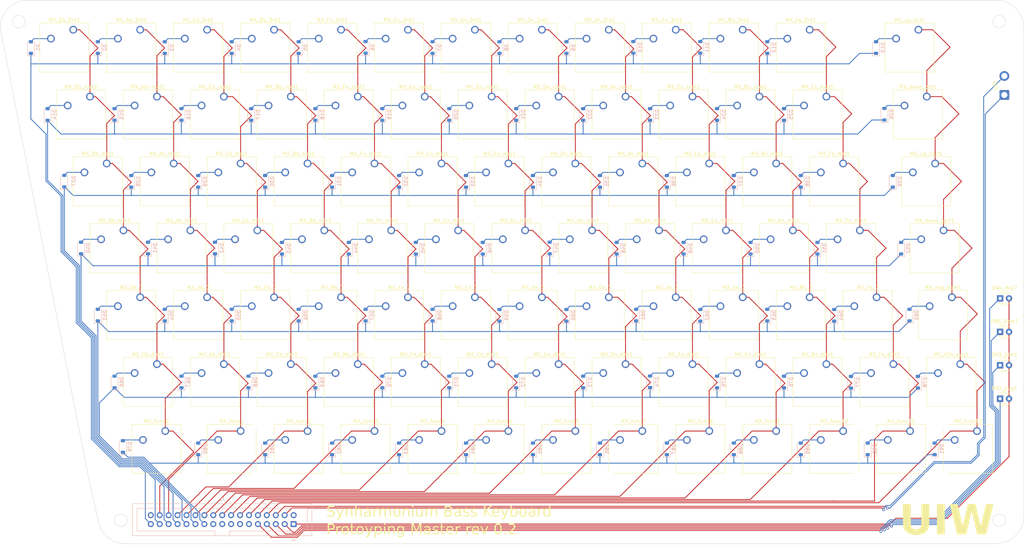
<source format=kicad_pcb>
(kicad_pcb (version 20221018) (generator pcbnew)
  (title_block (title "Synharmonium Bass Keyboard, Prototyping Master") (date "2023-04-11") (rev "0.1"))
  (layers (0 "F.Cu" signal) (31 "B.Cu" signal) (34 "B.Paste" user) (35 "F.Paste" user) (36 "B.SilkS" user "B.Silkscreen") (37 "F.SilkS" user "F.Silkscreen") (38 "B.Mask" user) (39 "F.Mask" user) (44 "Edge.Cuts" user))
  (net 0 "")
  (net 1 "ROW0")
  (net 2 "Net-(D1-A)")
  (net 3 "Net-(D2-A)")
  (net 4 "Net-(D3-A)")
  (net 5 "Net-(D4-A)")
  (net 6 "Net-(D5-A)")
  (net 7 "Net-(D6-A)")
  (net 8 "Net-(D7-A)")
  (net 9 "Net-(D8-A)")
  (net 10 "Net-(D9-A)")
  (net 11 "Net-(D10-A)")
  (net 12 "Net-(D11-A)")
  (net 13 "Net-(D12-A)")
  (net 14 "Net-(D13-A)")
  (net 15 "ROW1")
  (net 16 "Net-(D14-A)")
  (net 17 "Net-(D15-A)")
  (net 18 "Net-(D16-A)")
  (net 19 "Net-(D17-A)")
  (net 20 "Net-(D18-A)")
  (net 21 "Net-(D19-A)")
  (net 22 "Net-(D20-A)")
  (net 23 "Net-(D21-A)")
  (net 24 "Net-(D22-A)")
  (net 25 "Net-(D23-A)")
  (net 26 "Net-(D24-A)")
  (net 27 "Net-(D25-A)")
  (net 28 "Net-(D26-A)")
  (net 29 "ROW2")
  (net 30 "Net-(D27-A)")
  (net 31 "Net-(D28-A)")
  (net 32 "Net-(D29-A)")
  (net 33 "Net-(D30-A)")
  (net 34 "Net-(D31-A)")
  (net 35 "Net-(D32-A)")
  (net 36 "Net-(D33-A)")
  (net 37 "Net-(D34-A)")
  (net 38 "Net-(D35-A)")
  (net 39 "Net-(D36-A)")
  (net 40 "Net-(D37-A)")
  (net 41 "Net-(D38-A)")
  (net 42 "Net-(D39-A)")
  (net 43 "ROW3")
  (net 44 "Net-(D40-A)")
  (net 45 "Net-(D41-A)")
  (net 46 "Net-(D42-A)")
  (net 47 "Net-(D43-A)")
  (net 48 "Net-(D44-A)")
  (net 49 "Net-(D45-A)")
  (net 50 "Net-(D46-A)")
  (net 51 "Net-(D47-A)")
  (net 52 "Net-(D48-A)")
  (net 53 "Net-(D49-A)")
  (net 54 "Net-(D50-A)")
  (net 55 "Net-(D51-A)")
  (net 56 "Net-(D52-A)")
  (net 57 "ROW4")
  (net 58 "Net-(D53-A)")
  (net 59 "Net-(D54-A)")
  (net 60 "Net-(D55-A)")
  (net 61 "Net-(D56-A)")
  (net 62 "Net-(D57-A)")
  (net 63 "Net-(D58-A)")
  (net 64 "Net-(D59-A)")
  (net 65 "Net-(D60-A)")
  (net 66 "Net-(D61-A)")
  (net 67 "Net-(D62-A)")
  (net 68 "Net-(D63-A)")
  (net 69 "Net-(D64-A)")
  (net 70 "Net-(D65-A)")
  (net 71 "ROW5")
  (net 72 "Net-(D66-A)")
  (net 73 "Net-(D67-A)")
  (net 74 "Net-(D68-A)")
  (net 75 "Net-(D69-A)")
  (net 76 "Net-(D70-A)")
  (net 77 "Net-(D71-A)")
  (net 78 "Net-(D72-A)")
  (net 79 "Net-(D73-A)")
  (net 80 "Net-(D74-A)")
  (net 81 "Net-(D75-A)")
  (net 82 "Net-(D76-A)")
  (net 83 "Net-(D77-A)")
  (net 84 "Net-(D78-A)")
  (net 85 "ROW6")
  (net 86 "Net-(D79-A)")
  (net 87 "Net-(D80-A)")
  (net 88 "Net-(D81-A)")
  (net 89 "Net-(D82-A)")
  (net 90 "Net-(D83-A)")
  (net 91 "Net-(D84-A)")
  (net 92 "Net-(D85-A)")
  (net 93 "Net-(D86-A)")
  (net 94 "Net-(D87-A)")
  (net 95 "Net-(D88-A)")
  (net 96 "Net-(D89-A)")
  (net 97 "Net-(D90-A)")
  (net 98 "Net-(D91-A)")
  (net 99 "Net-(D92_Aug1-K)")
  (net 100 "VCC")
  (net 101 "Net-(D93_Dim1-K)")
  (net 102 "Net-(D94_Maj7-K)")
  (net 103 "Net-(D95_Dom7-K)")
  (net 104 "COL1")
  (net 105 "COL8")
  (net 106 "COL3")
  (net 107 "COL10")
  (net 108 "COL5")
  (net 109 "COL0")
  (net 110 "COL12")
  (net 111 "COL7")
  (net 112 "COL2")
  (net 113 "COL9")
  (net 114 "COL4")
  (net 115 "COL11")
  (net 116 "COL6")
  (net 123 "Net-(J1-Pin_20)")
  (net 124 "Net-(J1-Pin_19)")
  (footprint "Button_Switch_Keyboard:SW_Cherry_MX_1.00u_PCB" (layer "F.Cu") (at 99.3775 144.9387)
    (fp_text reference "MX_Eb_min1")
    (fp_text value "MX-NoLED")
  )
  (footprint "Button_Switch_Keyboard:SW_Cherry_MX_1.00u_PCB" (layer "F.Cu") (at 194.6275 144.9387)
    (fp_text reference "MX_Dn_min1")
    (fp_text value "MX-NoLED")
  )
  (footprint "Button_Switch_Keyboard:SW_Cherry_MX_1.00u_PCB" (layer "F.Cu") (at 266.065 125.8887)
    (fp_text reference "MX_Fs_maj1")
    (fp_text value "MX-NoLED")
  )
  (footprint "Button_Switch_Keyboard:SW_Cherry_MX_1.00u_PCB" (layer "F.Cu") (at 118.4275 144.9387)
    (fp_text reference "MX_Bb_min1")
    (fp_text value "MX-NoLED")
  )
  (footprint "Button_Switch_Keyboard:SW_Cherry_MX_1.00u_PCB" (layer "F.Cu") (at 304.165 202.0887)
    (fp_text reference "MX_func12")
    (fp_text value "MX-NoLED")
  )
  (footprint "Button_Switch_Keyboard:SW_Cherry_MX_1.00u_PCB" (layer "F.Cu") (at 189.865 125.8887)
    (fp_text reference "MX_Dn_maj1")
    (fp_text value "MX-NoLED")
  )
  (footprint "Button_Switch_Keyboard:SW_Cherry_MX_1.00u_PCB" (layer "F.Cu") (at 299.4025 183.0387)
    (fp_text reference "MX_dim_aug1")
    (fp_text value "MX-NoLED")
  )
  (footprint "Button_Switch_Keyboard:SW_Cherry_MX_1.00u_PCB" (layer "F.Cu") (at 142.24 163.9887)
    (fp_text reference "MX_Fn_7")
    (fp_text value "MX-NoLED")
  )
  (footprint "Button_Switch_Keyboard:SW_Cherry_MX_1.00u_PCB" (layer "F.Cu") (at 151.765 125.8887)
    (fp_text reference "MX_Cn_maj1")
    (fp_text value "MX-NoLED")
  )
  (footprint "Button_Switch_Keyboard:SW_Cherry_MX_1.00u_PCB" (layer "F.Cu") (at 266.065 202.0887)
    (fp_text reference "MX_func10")
    (fp_text value "MX-NoLED")
  )
  (footprint "Button_Switch_Keyboard:SW_Cherry_MX_1.00u_PCB" (layer "F.Cu") (at 161.29 87.7887)
    (fp_text reference "MX_Gn_3rd1")
    (fp_text value "MX-NoLED")
  )
  (footprint "Button_Switch_Keyboard:SW_Cherry_MX_1.00u_PCB" (layer "F.Cu") (at 280.3525 183.0387)
    (fp_text reference "MX_Fs_dim1")
    (fp_text value "MX-NoLED")
  )
  (footprint "Button_Switch_Keyboard:SW_Cherry_MX_1.00u_PCB" (layer "F.Cu") (at 261.3025 183.0387)
    (fp_text reference "MX_Bn_dim1")
    (fp_text value "MX-NoLED")
  )
  (footprint "Button_Switch_Keyboard:SW_Cherry_MX_2.75u_PCB" (layer "F.Cu") (at 285.115 202.0887)
    (fp_text reference "MX_func11")
    (fp_text value "MX-NoLED")
  )
  (footprint "Button_Switch_Keyboard:SW_Cherry_MX_1.00u_PCB" (layer "F.Cu") (at 85.09 87.7887)
    (fp_text reference "MX_Eb_3rd1")
    (fp_text value "MX-NoLED")
  )
  (footprint "Button_Switch_Keyboard:SW_Cherry_MX_1.00u_PCB" (layer "F.Cu") (at 70.8025 183.0387)
    (fp_text reference "MX_Db_dim1")
    (fp_text value "MX-NoLED")
  )
  (footprint "Button_Switch_Keyboard:SW_Cherry_MX_1.00u_PCB" (layer "F.Cu") (at 242.2525 106.8387)
    (fp_text reference "MX_Bn_root1")
    (fp_text value "MX-NoLED")
  )
  (footprint "Button_Switch_Keyboard:SW_Cherry_MX_1.00u_PCB" (layer "F.Cu") (at 204.1525 183.0387)
    (fp_text reference "MX_Dn_dim1")
    (fp_text value "MX-NoLED")
  )
  (footprint "Button_Switch_Keyboard:SW_Cherry_MX_1.00u_PCB" (layer "F.Cu") (at 51.7525 106.8387)
    (fp_text reference "MX_Db_root1")
    (fp_text value "MX-NoLED")
  )
  (footprint "Button_Switch_Keyboard:SW_Cherry_MX_1.00u_PCB" (layer "F.Cu") (at 70.8025 106.8387)
    (fp_text reference "MX_Ab-root1")
    (fp_text value "MX-NoLED")
  )
  (footprint "Button_Switch_Keyboard:SW_Cherry_MX_1.00u_PCB" (layer "F.Cu") (at 166.0525 106.8387)
    (fp_text reference "MX_Gn_root1")
    (fp_text value "MX-NoLED")
  )
  (footprint "Button_Switch_Keyboard:SW_Cherry_MX_1.00u_PCB" (layer "F.Cu") (at 208.915 202.0887)
    (fp_text reference "MX_func7")
    (fp_text value "MX-NoLED")
  )
  (footprint "Button_Switch_Keyboard:SW_Cherry_MX_1.00u_PCB" (layer "F.Cu") (at 89.8525 183.0387)
    (fp_text reference "MX_Ab_dim1")
    (fp_text value "MX-NoLED")
  )
  (footprint "Button_Switch_Keyboard:SW_Cherry_MX_1.00u_PCB" (layer "F.Cu") (at 80.3275 144.9387)
    (fp_text reference "MX_Ab_min1")
    (fp_text value "MX-NoLED")
  )
  (footprint "Button_Switch_Keyboard:SW_Cherry_MX_1.00u_PCB" (layer "F.Cu") (at 185.1025 183.03875)
    (fp_text reference "MX_Gn_dim1")
    (fp_text value "MX-NoLED")
  )
  (footprint "Button_Switch_Keyboard:SW_Cherry_MX_1.00u_PCB" (layer "F.Cu") (at 94.615 125.8887)
    (fp_text reference "MX_Eb_maj1")
    (fp_text value "MX-NoLED")
  )
  (footprint "LED_THT:LED_D3.0mm" (layer "F.Cu") (at 310.725 164.3062)
    (fp_text reference "D94_Maj7")
    (fp_text value "LED_Filled")
  )
  (footprint "Button_Switch_Keyboard:SW_Cherry_MX_1.00u_PCB" (layer "F.Cu") (at 123.19 163.9887)
    (fp_text reference "MX_Bb_7")
    (fp_text value "MX-NoLED")
  )
  (footprint "Button_Switch_Keyboard:SW_Cherry_MX_1.00u_PCB" (layer "F.Cu") (at 170.815 202.0887)
    (fp_text reference "MX_func5")
    (fp_text value "MX-NoLED")
  )
  (footprint "Button_Switch_Keyboard:SW_Cherry_MX_1.50u_PCB" (layer "F.Cu") (at 294.64 144.9387)
    (fp_text reference "MX_down_half1")
    (fp_text value "MX-NoLED")
  )
  (footprint "Button_Switch_Keyboard:SW_Cherry_MX_1.00u_PCB" (layer "F.Cu") (at 213.6775 144.9387)
    (fp_text reference "MX_An_min1")
    (fp_text value "MX-NoLED")
  )
  (footprint "Button_Switch_Keyboard:SW_Cherry_MX_1.00u_PCB" (layer "F.Cu") (at 237.49 163.9887)
    (fp_text reference "MX_En_7")
    (fp_text value "MX-NoLED")
  )
  (footprint "Button_Switch_Keyboard:SW_Cherry_MX_1.00u_PCB" (layer "F.Cu") (at 166.0525 183.0387)
    (fp_text reference "MX_Cn_dim1")
    (fp_text value "MX-NoLED")
  )
  (footprint "Button_Switch_Keyboard:SW_Cherry_MX_1.00u_PCB" (layer "F.Cu") (at 132.715 202.0887)
    (fp_text reference "MX_func3")
    (fp_text value "MX-NoLED")
  )
  (footprint "Button_Switch_Keyboard:SW_Cherry_MX_1.00u_PCB" (layer "F.Cu") (at 232.7275 144.9387)
    (fp_text reference "MX_En_min1")
    (fp_text value "MX-NoLED")
  )
  (footprint "Button_Switch_Keyboard:SW_Cherry_MX_1.00u_PCB" (layer "F.Cu") (at 227.965 125.8887)
    (fp_text reference "MX_En_maj1")
    (fp_text value "MX-NoLED")
  )
  (footprint "Button_Switch_Keyboard:SW_Cherry_MX_1.25u_PCB" (layer "F.Cu") (at 297.0213 163.9887)
    (fp_text reference "MX_maj_dom1")
    (fp_text value "MX-NoLED")
  )
  (footprint "Button_Switch_Keyboard:SW_Cherry_MX_1.00u_PCB" (layer "F.Cu") (at 156.5275 144.9387)
    (fp_text reference "MX_Cn_min1")
    (fp_text value "MX-NoLED")
  )
  (footprint "Button_Switch_Keyboard:SW_Cherry_MX_1.00u_PCB" (layer "F.Cu") (at 127.9525 106.8387)
    (fp_text reference "MX_Fn_root1")
    (fp_text value "MX-NoLED")
  )
  (footprint "Button_Switch_Keyboard:SW_Cherry_MX_1.00u_PCB" (layer "F.Cu") (at 199.39 87.7887)
    (fp_text reference "MX_An_3rd1")
    (fp_text value "MX-NoLED")
  )
  (footprint "Button_Switch_Keyboard:SW_Cherry_MX_6.25u_PCB" (layer "F.Cu") (at 151.765 202.0887)
    (fp_text reference "MX_func4")
    (fp_text value "MX-NoLED")
  )
  (footprint "LED_THT:LED_D3.0mm" (layer "F.Cu") (at 310.725 173.8312)
    (fp_text reference "D95_Dom7")
    (fp_text value "LED_Filled")
  )
  (footprint "Button_Switch_Keyboard:SW_Cherry_MX_1.00u_PCB" (layer "F.Cu") (at 251.7775 144.9387)
    (fp_text reference "MX_Bn_min1")
    (fp_text value "MX-NoLED")
  )
  (footprint "LED_THT:LED_D3.0mm" (layer "F.Cu") (at 310.725 183.3562)
    (fp_text reference "D93_Dim1")
    (fp_text value "LED_Filled")
  )
  (footprint "Button_Switch_Keyboard:SW_Cherry_MX_1.00u_PCB" (layer "F.Cu") (at 161.29 163.9887)
    (fp_text reference "MX_Cn_7")
    (fp_text value "MX-NoLED")
  )
  (footprint "Button_Switch_Keyboard:SW_Cherry_MX_2.00u_PCB" (layer "F.Cu") (at 289.8713 106.8387)
    (fp_text reference "MX_down_oct1")
    (fp_text value "MX-NoLED")
  )
  (footprint "Button_Switch_Keyboard:SW_Cherry_MX_1.75u_PCB" (layer "F.Cu") (at 227.965 202.0887)
    (fp_text reference "MX_func8")
    (fp_text value "MX-NoLED")
  )
  (footprint "Button_Switch_Keyboard:SW_Cherry_MX_1.00u_PCB" (layer "F.Cu") (at 61.2775 144.9387)
    (fp_text reference "MX_Db_min1")
    (fp_text value "MX-NoLED")
  )
  (footprint "Connector_Wire:SolderWire-1sqmm_1x02_P5.4mm_D1.4mm_OD2.7mm" (layer "F.Cu") (at 311.9438 106.3625 90)
    (fp_text reference "LS1")
    (fp_text value "Speaker")
  )
  (footprint "Button_Switch_Keyboard:SW_Cherry_MX_1.00u_PCB" (layer "F.Cu") (at 137.4775 144.9387)
    (fp_text reference "MX_Fn_min1")
    (fp_text value "MX-NoLED")
  )
  (footprint "Button_Switch_Keyboard:SW_Cherry_MX_1.00u_PCB" (layer "F.Cu") (at 199.39 163.9887)
    (fp_text reference "MX_Dn_7")
    (fp_text value "MX-NoLED")
  )
  (footprint "Button_Switch_Keyboard:SW_Cherry_MX_1.00u_PCB" (layer "F.Cu") (at 185.1025 106.8387)
    (fp_text reference "MX_Dn_root1")
    (fp_text value "MX-NoLED")
  )
  (footprint "Button_Switch_Keyboard:SW_Cherry_MX_1.00u_PCB" (layer "F.Cu") (at 261.3025 106.8387)
    (fp_text reference "MX_Fs_root1")
    (fp_text value "MX-NoLED")
  )
  (footprint "Button_Switch_Keyboard:SW_Cherry_MX_1.00u_PCB" (layer "F.Cu") (at 108.9025 106.8387)
    (fp_text reference "MX_Bb_root1")
    (fp_text value "MX-NoLED")
  )
  (footprint "Button_Switch_Keyboard:SW_Cherry_MX_1.00u_PCB" (layer "F.Cu") (at 104.14 163.9887)
    (fp_text reference "MX_Eb_7")
    (fp_text value "MX-NoLED")
  )
  (footprint "Button_Switch_Keyboard:SW_Cherry_MX_1.00u_PCB" (layer "F.Cu") (at 180.34 87.7887)
    (fp_text reference "MX_Dn_3rd1")
    (fp_text value "MX-NoLED")
  )
  (footprint "Button_Switch_Keyboard:SW_Cherry_MX_1.00u_PCB" (layer "F.Cu") (at 75.565 125.8887)
    (fp_text reference "MX_Ab_maj1")
    (fp_text value "MX-NoLED")
  )
  (footprint "Button_Switch_Keyboard:SW_Cherry_MX_1.00u_PCB" (layer "F.Cu") (at 113.665 202.0887)
    (fp_text reference "MX_func2")
    (fp_text value "MX-NoLED")
  )
  (footprint "Button_Switch_Keyboard:SW_Cherry_MX_1.00u_PCB" (layer "F.Cu") (at 204.1525 106.8387)
    (fp_text reference "MX_An_root1")
    (fp_text value "MX-NoLED")
  )
  (footprint "Button_Switch_Keyboard:SW_Cherry_MX_1.00u_PCB" (layer "F.Cu") (at 223.2025 106.8387)
    (fp_text reference "MX_En_root1")
    (fp_text value "MX-NoLED")
  )
  (footprint "Button_Switch_Keyboard:SW_Cherry_MX_1.00u_PCB" (layer "F.Cu") (at 147.0025 106.8387)
    (fp_text reference "MX_Cn_root1")
    (fp_text value "MX-NoLED")
  )
  (footprint "Button_Switch_Keyboard:SW_Cherry_MX_1.00u_PCB" (layer "F.Cu") (at 66.04 163.9887)
    (fp_text reference "MX_Db_7")
    (fp_text value "MX-NoLED")
  )
  (footprint "Button_Switch_Keyboard:SW_Cherry_MX_1.00u_PCB" (layer "F.Cu") (at 46.99 87.7887)
    (fp_text reference "MX_Db_3rd1")
    (fp_text value "MX-NoLED")
  )
  (footprint "Button_Switch_Keyboard:SW_Cherry_MX_2.00u_PCB" (layer "F.Cu") (at 73.1775 202.0887)
    (fp_text reference "MX_func0")
    (fp_text value "MX-NoLED")
  )
  (footprint "Button_Switch_Keyboard:SW_Cherry_MX_1.00u_PCB" (layer "F.Cu") (at 247.015 202.0887)
    (fp_text reference "MX_func9")
    (fp_text value "MX-NoLED")
  )
  (footprint "Button_Switch_Keyboard:SW_Cherry_MX_1.00u_PCB" (layer "F.Cu") (at 237.49 87.7887)
    (fp_text reference "MX_Bn_3rd1")
    (fp_text value "MX-NoLED")
  )
  (footprint "Button_Switch_Keyboard:SW_Cherry_MX_1.00u_PCB" (layer "F.Cu") (at 270.8275 144.9387)
    (fp_text reference "MX_Fs_min1")
    (fp_text value "MX-NoLED")
  )
  (footprint "Button_Switch_Keyboard:SW_Cherry_MX_1.00u_PCB" (layer "F.Cu") (at 208.915 125.8887)
    (fp_text reference "MX_An_maj1")
    (fp_text value "MX-NoLED")
  )
  (footprint "Button_Switch_Keyboard:SW_Cherry_MX_1.00u_PCB" (layer "F.Cu") (at 180.34 163.9887)
    (fp_text reference "MX_Gn_7")
    (fp_text value "MX-NoLED")
  )
  (footprint "Button_Switch_Keyboard:SW_Cherry_MX_1.00u_PCB" (layer "F.Cu") (at 275.59 163.9887)
    (fp_text reference "MX_Fs_7")
    (fp_text value "MX-NoLED")
  )
  (footprint "Button_Switch_Keyboard:SW_Cherry_MX_1.00u_PCB" (layer "F.Cu") (at 108.9025 183.0387)
    (fp_text reference "MX_Eb_dim1")
    (fp_text value "MX-NoLED")
  )
  (footprint "Button_Switch_Keyboard:SW_Cherry_MX_1.00u_PCB" (layer "F.Cu") (at 89.8525 106.8387)
    (fp_text reference "MX_Eb_root1")
    (fp_text value "MX-NoLED")
  )
  (footprint "Button_Switch_Keyboard:SW_Cherry_MX_1.00u_PCB" (layer "F.Cu") (at 132.715 125.8887)
    (fp_text reference "MX_Fn_maj1")
    (fp_text value "MX-NoLED")
  )
  (footprint "Button_Switch_Keyboard:SW_Cherry_MX_1.00u_PCB" (layer "F.Cu") (at 113.665 125.8887)
    (fp_text reference "MX_Bb_maj1")
    (fp_text value "MX-NoLED")
  )
  (footprint "LED_THT:LED_D3.0mm" (layer "F.Cu") (at 310.725 192.8812)
    (fp_text reference "D92_Aug1")
    (fp_text value "LED_Filled")
  )
  (footprint "Button_Switch_Keyboard:SW_Cherry_MX_1.00u_PCB" (layer "F.Cu") (at 104.14 87.7887)
    (fp_text reference "MX_Bb_3rd1")
    (fp_text value "MX-NoLED")
  )
  (footprint "Button_Switch_Keyboard:SW_Cherry_MX_1.00u_PCB" (layer "F.Cu") (at 242.2525 183.0387)
    (fp_text reference "MX_En_dim1")
    (fp_text value "MX-NoLED")
  )
  (footprint "Button_Switch_Keyboard:SW_Cherry_MX_1.00u_PCB" (layer "F.Cu") (at 123.19 87.7887)
    (fp_text reference "MX_Fn_3rd1")
    (fp_text value "MX-NoLED")
  )
  (footprint "Button_Switch_Keyboard:SW_Cherry_MX_1.00u_PCB" (layer "F.Cu") (at 223.2025 183.0387)
    (fp_text reference "MX_An_dim1")
    (fp_text value "MX-NoLED")
  )
  (footprint "Button_Switch_Keyboard:SW_Cherry_MX_2.25u_PCB" (layer "F.Cu") (at 287.49 87.7887)
    (fp_text reference "MX_up_oct1")
    (fp_text value "MX-NoLED")
  )
  (footprint "Button_Switch_Keyboard:SW_Cherry_MX_1.00u_PCB" (layer "F.Cu") (at 170.815 125.8887)
    (fp_text reference "MX_Gn_maj1")
    (fp_text value "MX-NoLED")
  )
  (footprint "Button_Switch_Keyboard:SW_Cherry_MX_1.00u_PCB" (layer "F.Cu") (at 127.9525 183.0387)
    (fp_text reference "MX_Bb_dim1")
    (fp_text value "MX-NoLED")
  )
  (footprint "Button_Switch_Keyboard:SW_Cherry_MX_1.00u_PCB" (layer "F.Cu") (at 256.54 163.9887)
    (fp_text reference "MX_Bn_7")
    (fp_text value "MX-NoLED")
  )
  (footprint "Button_Switch_Keyboard:SW_Cherry_MX_1.00u_PCB" (layer "F.Cu") (at 85.09 163.9887)
    (fp_text reference "MX_Ab_7")
    (fp_text value "MX-NoLED")
  )
  (footprint "Button_Switch_Keyboard:SW_Cherry_MX_1.00u_PCB" (layer "F.Cu") (at 175.5775 144.9387)
    (fp_text reference "MX_Gn_min1")
    (fp_text value "MX-NoLED")
  )
  (footprint "Button_Switch_Keyboard:SW_Cherry_MX_1.00u_PCB" (layer "F.Cu") (at 56.515 125.8887)
    (fp_text reference "MX_Db_maj1")
    (fp_text value "MX-NoLED")
  )
  (footprint "Button_Switch_Keyboard:SW_Cherry_MX_1.00u_PCB" (layer "F.Cu") (at 256.54 87.7887)
    (fp_text reference "MX_Fs_3rd1")
    (fp_text value "MX-NoLED")
  )
  (footprint "Button_Switch_Keyboard:SW_Cherry_MX_1.00u_PCB" (layer "F.Cu") (at 218.44 87.7887)
    (fp_text reference "MX_En_3rd1")
    (fp_text value "MX-NoLED")
  )
  (footprint "Button_Switch_Keyboard:SW_Cherry_MX_1.00u_PCB" (layer "F.Cu") (at 147.0025 183.0387)
    (fp_text reference "MX_Fn_dim1")
    (fp_text value "MX-NoLED")
  )
  (footprint "Button_Switch_Keyboard:SW_Cherry_MX_1.00u_PCB" (layer "F.Cu") (at 66.04 87.7887)
    (fp_text reference "MX_Ab_3rd1")
    (fp_text value "MX-NoLED")
  )
  (footprint "Button_Switch_Keyboard:SW_Cherry_MX_1.00u_PCB" (layer "F.Cu") (at 189.865 202.0887)
    (fp_text reference "MX_func6")
    (fp_text value "MX-NoLED")
  )
  (footprint "Button_Switch_Keyboard:SW_Cherry_MX_1.75u_PCB" (layer "F.Cu") (at 292.2588 125.8887)
    (fp_text reference "MX_up_half1")
    (fp_text value "MX-NoLED")
  )
  (footprint "Button_Switch_Keyboard:SW_Cherry_MX_1.00u_PCB" (layer "F.Cu") (at 94.615 202.0887)
    (fp_text reference "MX_func1")
    (fp_text value "MX-NoLED")
  )
  (footprint "Button_Switch_Keyboard:SW_Cherry_MX_1.00u_PCB" (layer "F.Cu") (at 247.015 125.8887)
    (fp_text reference "MX_Bn_maj1")
    (fp_text value "MX-NoLED")
  )
  (footprint "Button_Switch_Keyboard:SW_Cherry_MX_1.00u_PCB" (layer "F.Cu") (at 218.44 163.9887)
    (fp_text reference "MX_An_7")
    (fp_text value "MX-NoLED")
  )
  (footprint "Button_Switch_Keyboard:SW_Cherry_MX_1.00u_PCB" (layer "F.Cu") (at 142.24 87.7887)
    (fp_text reference "MX_Cn_3rd1")
    (fp_text value "MX-NoLED")
  )
  (footprint "Diode_SMD:D_SOD-123" (layer "B.Cu") (at 177.8 130.9687 90)
    (fp_text reference "D34")
    (fp_text value "D_Small")
  )
  (footprint "Diode_SMD:D_SOD-123" (layer "B.Cu") (at 254 207.1687 90)
    (fp_text reference "D89")
    (fp_text value "D_Small")
  )
  (footprint "Diode_SMD:D_SOD-123" (layer "B.Cu") (at 196.85 207.1687 90)
    (fp_text reference "D86")
    (fp_text value "D_Small")
  )
  (footprint "Diode_SMD:D_SOD-123" (layer "B.Cu") (at 63.5 130.9687 90)
    (fp_text reference "D28")
    (fp_text value "D_Small")
  )
  (footprint "Diode_SMD:D_SOD-123" (layer "B.Cu") (at 244.475 169.0687 90)
    (fp_text reference "D63")
    (fp_text value "D_Small")
  )
  (footprint "Diode_SMD:D_SOD-123" (layer "B.Cu") (at 234.95 130.9687 90)
    (fp_text reference "D37")
    (fp_text value "D_Small")
  )
  (footprint "Diode_SMD:D_SOD-123" (layer "B.Cu") (at 249.2375 188.1187 90)
    (fp_text reference "D76")
    (fp_text value "D_Small")
  )
  (footprint "Diode_SMD:D_SOD-123" (layer "B.Cu") (at 239.7125 150.0187 90)
    (fp_text reference "D50")
    (fp_text value "D_Small")
  )
  (footprint "Diode_SMD:D_SOD-123" (layer "B.Cu") (at 149.225 169.0687 90)
    (fp_text reference "D58")
    (fp_text value "D_Small")
  )
  (footprint "Diode_SMD:D_SOD-123" (layer "B.Cu") (at 134.9375 188.1187 90)
    (fp_text reference "D70")
    (fp_text value "D_Small")
  )
  (footprint "Diode_SMD:D_SOD-123" (layer "B.Cu") (at 173.0375 188.1187 90)
    (fp_text reference "D72")
    (fp_text value "D_Small")
  )
  (footprint "Diode_SMD:D_SOD-123" (layer "B.Cu") (at 139.7 207.1687 90)
    (fp_text reference "D83")
    (fp_text value "D_Small")
  )
  (footprint "Diode_SMD:D_SOD-123" (layer "B.Cu") (at 220.6625 150.0187 90)
    (fp_text reference "D49")
    (fp_text value "D_Small")
  )
  (footprint "Diode_SMD:D_SOD-123" (layer "B.Cu") (at 211.1375 111.9187 90)
    (fp_text reference "D23")
    (fp_text value "D_Small")
  )
  (footprint "Diode_SMD:D_SOD-123" (layer "B.Cu") (at 130.175 169.0687 90)
    (fp_text reference "D57")
    (fp_text value "D_Small")
  )
  (footprint "Diode_SMD:D_SOD-123" (layer "B.Cu") (at 268.2875 188.1812 90)
    (fp_text reference "D77")
    (fp_text value "D_Small")
  )
  (footprint "Diode_SMD:D_SOD-123" (layer "B.Cu") (at 82.55 207.1687 90)
    (fp_text reference "D80")
    (fp_text value "D_Small")
  )
  (footprint "Diode_SMD:D_SOD-123" (layer "B.Cu") (at 101.6 130.9687 90)
    (fp_text reference "D30")
    (fp_text value "D_Small")
  )
  (footprint "Diode_SMD:D_SOD-123" (layer "B.Cu") (at 187.325 169.1312 90)
    (fp_text reference "D60")
    (fp_text value "D_Small")
  )
  (footprint "Diode_SMD:D_SOD-123" (layer "B.Cu") (at 34.925 92.8687 90)
    (fp_text reference "D1")
    (fp_text value "D_Small")
  )
  (footprint "Diode_SMD:D_SOD-123" (layer "B.Cu") (at 134.9375 111.9187 90)
    (fp_text reference "D19")
    (fp_text value "D_Small")
  )
  (footprint "Diode_SMD:D_SOD-123" (layer "B.Cu") (at 77.7875 188.1187 90)
    (fp_text reference "D67")
    (fp_text value "D_Small")
  )
  (footprint "Diode_SMD:D_SOD-123" (layer "B.Cu") (at 153.9875 188.1187 90)
    (fp_text reference "D71")
    (fp_text value "D_Small")
  )
  (footprint "Diode_SMD:D_SOD-123" (layer "B.Cu") (at 39.6875 111.9187 90)
    (fp_text reference "D14")
    (fp_text value "D_Small")
  )
  (footprint "Diode_SMD:D_SOD-123" (layer "B.Cu") (at 82.55 130.9687 90)
    (fp_text reference "D29")
    (fp_text value "D_Small")
  )
  (footprint "Diode_SMD:D_SOD-123" (layer "B.Cu") (at 96.8375 188.1187 90)
    (fp_text reference "D68")
    (fp_text value "D_Small")
  )
  (footprint "Diode_SMD:D_SOD-123" (layer "B.Cu") (at 258.7625 150.0187 90)
    (fp_text reference "D51")
    (fp_text value "D_Small")
  )
  (footprint "Diode_SMD:D_SOD-123" (layer "B.Cu") (at 275.4313 92.8687 90)
    (fp_text reference "D13")
    (fp_text value "D_Small")
  )
  (footprint "Diode_SMD:D_SOD-123" (layer "B.Cu") (at 120.65 207.1687 90)
    (fp_text reference "D82")
    (fp_text value "D_Small")
  )
  (footprint "Diode_SMD:D_SOD-123" (layer "B.Cu") (at 244.475 92.8687 90)
    (fp_text reference "D12")
    (fp_text value "D_Small")
  )
  (footprint "Diode_SMD:D_SOD-123" (layer "B.Cu") (at 68.2625 149.9562 90)
    (fp_text reference "D41")
    (fp_text value "D_Small")
  )
  (footprint "Diode_SMD:D_SOD-123" (layer "B.Cu") (at 53.975 169.0687 90)
    (fp_text reference "D53")
    (fp_text value "D_Small")
  )
  (footprint "Diode_SMD:D_SOD-123" (layer "B.Cu") (at 292.1 207.1687 90)
    (fp_text reference "D91")
    (fp_text value "D_Small")
  )
  (footprint "Diode_SMD:D_SOD-123" (layer "B.Cu") (at 73.025 92.8687 90)
    (fp_text reference "D3")
    (fp_text value "D_Small")
  )
  (footprint "Diode_SMD:D_SOD-123" (layer "B.Cu") (at 225.425 169.1312 90)
    (fp_text reference "D62")
    (fp_text value "D_Small")
  )
  (footprint "Diode_SMD:D_SOD-123" (layer "B.Cu") (at 44.45 130.9062 90)
    (fp_text reference "D27")
    (fp_text value "D_Small")
  )
  (footprint "Diode_SMD:D_SOD-123" (layer "B.Cu") (at 163.5125 150.0187 90)
    (fp_text reference "D46")
    (fp_text value "D_Small")
  )
  (footprint "Diode_SMD:D_SOD-123" (layer "B.Cu") (at 215.9 130.9687 90)
    (fp_text reference "D36")
    (fp_text value "D_Small")
  )
  (footprint "Diode_SMD:D_SOD-123" (layer "B.Cu") (at 149.225 92.8687 90)
    (fp_text reference "D7")
    (fp_text value "D_Small")
  )
  (footprint "Diode_SMD:D_SOD-123" (layer "B.Cu") (at 282.575 150.0187 90)
    (fp_text reference "D52")
    (fp_text value "D_Small")
  )
  (footprint "Diode_SMD:D_SOD-123" (layer "B.Cu") (at 225.425 92.8062 90)
    (fp_text reference "D11")
    (fp_text value "D_Small")
  )
  (footprint "Diode_SMD:D_SOD-123" (layer "B.Cu") (at 273.05 207.1687 90)
    (fp_text reference "D90")
    (fp_text value "D_Small")
  )
  (footprint "Diode_SMD:D_SOD-123" (layer "B.Cu") (at 49.2125 149.9562 90)
    (fp_text reference "D40")
    (fp_text value "D_Small")
  )
  (footprint "Diode_SMD:D_SOD-123" (layer "B.Cu") (at 192.0875 111.9187 90)
    (fp_text reference "D22")
    (fp_text value "D_Small")
  )
  (footprint "Diode_SMD:D_SOD-123" (layer "B.Cu") (at 101.6 207.1687 90)
    (fp_text reference "D81")
    (fp_text value "D_Small")
  )
  (footprint "Diode_SMD:D_SOD-123" (layer "B.Cu") (at 111.125 169.0687 90)
    (fp_text reference "D56")
    (fp_text value "D_Small")
  )
  (footprint "Diode_SMD:D_SOD-123" (layer "B.Cu") (at 230.1875 188.1187 90)
    (fp_text reference "D75")
    (fp_text value "D_Small")
  )
  (footprint "Diode_SMD:D_SOD-123" (layer "B.Cu") (at 115.8875 188.1187 90)
    (fp_text reference "D69")
    (fp_text value "D_Small")
  )
  (footprint "Diode_SMD:D_SOD-123" (layer "B.Cu") (at 230.1875 111.9187 90)
    (fp_text reference "D24")
    (fp_text value "D_Small")
  )
  (footprint "Diode_SMD:D_SOD-123" (layer "B.Cu") (at 201.6125 150.0187 90)
    (fp_text reference "D48")
    (fp_text value "D_Small")
  )
  (footprint "Diode_SMD:D_SOD-123" (layer "B.Cu") (at 158.75 207.1687 90)
    (fp_text reference "D84")
    (fp_text value "D_Small")
  )
  (footprint "Diode_SMD:D_SOD-123" (layer "B.Cu") (at 254 130.9687 90)
    (fp_text reference "D38")
    (fp_text value "D_Small")
  )
  (footprint "Diode_SMD:D_SOD-123" (layer "B.Cu") (at 234.95 207.1687 90)
    (fp_text reference "D88")
    (fp_text value "D_Small")
  )
  (footprint "Diode_SMD:D_SOD-123" (layer "B.Cu") (at 168.275 169.1312 90)
    (fp_text reference "D59")
    (fp_text value "D_Small")
  )
  (footprint "Diode_SMD:D_SOD-123" (layer "B.Cu") (at 92.075 169.0687 90)
    (fp_text reference "D55")
    (fp_text value "D_Small")
  )
  (footprint "Diode_SMD:D_SOD-123" (layer "B.Cu") (at 206.375 92.8062 90)
    (fp_text reference "D10")
    (fp_text value "D_Small")
  )
  (footprint "Diode_SMD:D_SOD-123" (layer "B.Cu") (at 158.75 130.9687 90)
    (fp_text reference "D33")
    (fp_text value "D_Small")
  )
  (footprint "Diode_SMD:D_SOD-123" (layer "B.Cu") (at 192.0875 188.1187 90)
    (fp_text reference "D73")
    (fp_text value "D_Small")
  )
  (footprint "Diode_SMD:D_SOD-123" (layer "B.Cu") (at 125.4125 150.0187 90)
    (fp_text reference "D44")
    (fp_text value "D_Small")
  )
  (footprint "Diode_SMD:D_SOD-123" (layer "B.Cu") (at 215.9 207.1687 90)
    (fp_text reference "D87")
    (fp_text value "D_Small")
  )
  (footprint "Diode_SMD:D_SOD-123" (layer "B.Cu") (at 77.7875 111.9187 90)
    (fp_text reference "D16")
    (fp_text value "D_Small")
  )
  (footprint "Connector_IDC:IDC-Header_2x17_P2.54mm_Vertical" (layer "B.Cu") (at 109.6963 228.6 90)
    (fp_text reference "J1")
    (fp_text value "Conn_02x17_Top_Bottom")
  )
  (footprint "Diode_SMD:D_SOD-123" (layer "B.Cu") (at 211.1375 188.0562 90)
    (fp_text reference "D74")
    (fp_text value "D_Small")
  )
  (footprint "Diode_SMD:D_SOD-123" (layer "B.Cu") (at 168.275 92.8687 90)
    (fp_text reference "D8")
    (fp_text value "D_Small")
  )
  (footprint "Diode_SMD:D_SOD-123" (layer "B.Cu") (at 61.1188 206.5 90)
    (fp_text reference "D79")
    (fp_text value "D_Small")
  )
  (footprint "Diode_SMD:D_SOD-123" (layer "B.Cu") (at 177.8 207.1687 90)
    (fp_text reference "D85")
    (fp_text value "D_Small")
  )
  (footprint "Diode_SMD:D_SOD-123" (layer "B.Cu") (at 207.1688 169.0687 90)
    (fp_text reference "D61")
    (fp_text value "D_Small")
  )
  (footprint "Diode_SMD:D_SOD-123" (layer "B.Cu") (at 196.85 130.9687 90)
    (fp_text reference "D35")
    (fp_text value "D_Small")
  )
  (footprint "Diode_SMD:D_SOD-123" (layer "B.Cu") (at 280.1938 130.9687 90)
    (fp_text reference "D39")
    (fp_text value "D_Small")
  )
  (footprint "Diode_SMD:D_SOD-123" (layer "B.Cu") (at 106.3625 150.0187 90)
    (fp_text reference "D43")
    (fp_text value "D_Small")
  )
  (footprint "Diode_SMD:D_SOD-123" (layer "B.Cu") (at 130.175 92.8062 90)
    (fp_text reference "D6")
    (fp_text value "D_Small")
  )
  (footprint "Diode_SMD:D_SOD-123" (layer "B.Cu") (at 287.3375 188.1812 90)
    (fp_text reference "D78")
    (fp_text value "D_Small")
  )
  (footprint "Diode_SMD:D_SOD-123" (layer "B.Cu") (at 187.325 92.8687 90)
    (fp_text reference "D9")
    (fp_text value "D_Small")
  )
  (footprint "Diode_SMD:D_SOD-123" (layer "B.Cu") (at 58.7375 111.9187 90)
    (fp_text reference "D15")
    (fp_text value "D_Small")
  )
  (footprint "Diode_SMD:D_SOD-123" (layer "B.Cu") (at 153.9875 111.9187 90)
    (fp_text reference "D20")
    (fp_text value "D_Small")
  )
  (footprint "Diode_SMD:D_SOD-123" (layer "B.Cu") (at 97.6313 111.9187 90)
    (fp_text reference "D17")
    (fp_text value "D_Small")
  )
  (footprint "Diode_SMD:D_SOD-123" (layer "B.Cu") (at 249.2375 111.9187 90)
    (fp_text reference "D25")
    (fp_text value "D_Small")
  )
  (footprint "Diode_SMD:D_SOD-123" (layer "B.Cu") (at 53.975 92.8687 90)
    (fp_text reference "D2")
    (fp_text value "D_Small")
  )
  (footprint "Diode_SMD:D_SOD-123" (layer "B.Cu") (at 139.7 130.9687 90)
    (fp_text reference "D32")
    (fp_text value "D_Small")
  )
  (footprint "Diode_SMD:D_SOD-123" (layer "B.Cu") (at 111.125 92.8687 90)
    (fp_text reference "D5")
    (fp_text value "D_Small")
  )
  (footprint "Diode_SMD:D_SOD-123" (layer "B.Cu") (at 92.075 92.8687 90)
    (fp_text reference "D4")
    (fp_text value "D_Small")
  )
  (footprint "Diode_SMD:D_SOD-123" (layer "B.Cu") (at 73.025 169.0687 90)
    (fp_text reference "D54")
    (fp_text value "D_Small")
  )
  (footprint "Diode_SMD:D_SOD-123" (layer "B.Cu") (at 284.9563 169.0687 90)
    (fp_text reference "D65")
    (fp_text value "D_Small")
  )
  (footprint "Diode_SMD:D_SOD-123" (layer "B.Cu") (at 277.8125 111.8562 90)
    (fp_text reference "D26")
    (fp_text value "D_Small")
  )
  (footprint "Diode_SMD:D_SOD-123" (layer "B.Cu") (at 173.0375 111.9187 90)
    (fp_text reference "D21")
    (fp_text value "D_Small")
  )
  (footprint "Diode_SMD:D_SOD-123" (layer "B.Cu") (at 115.8875 111.9187 90)
    (fp_text reference "D18")
    (fp_text value "D_Small")
  )
  (footprint "Diode_SMD:D_SOD-123" (layer "B.Cu") (at 58.7375 188.1187 90)
    (fp_text reference "D66")
    (fp_text value "D_Small")
  )
  (footprint "Diode_SMD:D_SOD-123" (layer "B.Cu") (at 120.65 130.9687 90)
    (fp_text reference "D31")
    (fp_text value "D_Small")
  )
  (footprint "Diode_SMD:D_SOD-123" (layer "B.Cu") (at 87.3125 149.9562 90)
    (fp_text reference "D42")
    (fp_text value "D_Small")
  )
  (footprint "Diode_SMD:D_SOD-123" (layer "B.Cu") (at 182.5625 149.9562 90)
    (fp_text reference "D47")
    (fp_text value "D_Small")
  )
  (footprint "Diode_SMD:D_SOD-123" (layer "B.Cu") (at 144.4625 150.0187 90)
    (fp_text reference "D45")
    (fp_text value "D_Small")
  )
  (footprint "Diode_SMD:D_SOD-123" (layer "B.Cu") (at 263.525 169.1312 90)
    (fp_text reference "D64")
    (fp_text value "D_Small")
  )
  (gr_circle (center 60.5 227.5) (end 62.3 227.5) (stroke (width 0.1)) (fill none) (layer "Edge.Cuts"))
  (gr_line (start 51.59375 216.69375) (end 54.129141 227.775422) (stroke (width 0.1)) (layer "Edge.Cuts"))
  (gr_line (start 309.5625 234.15625) (end 61.9125 234.15625) (stroke (width 0.1)) (layer "Edge.Cuts"))
  (gr_arc (start 309.5625 79.375) (mid 315.17516 81.69984) (end 317.5 87.3125) (stroke (width 0.1)) (layer "Edge.Cuts"))
  (gr_arc (start 26.19375 87.3125) (mid 28.51859 81.69984) (end 34.13125 79.375) (stroke (width 0.1)) (layer "Edge.Cuts"))
  (gr_line (start 51.59375 216.69375) (end 26.19375 87.3125) (stroke (width 0.1)) (layer "Edge.Cuts"))
  (gr_line (start 317.5 87.3125) (end 317.5 216.69375) (stroke (width 0.1)) (layer "Edge.Cuts"))
  (gr_circle (center 310.5 227.5) (end 312.3 227.5) (stroke (width 0.1)) (fill none) (layer "Edge.Cuts"))
  (gr_circle (center 310.5 85.5) (end 312.3 85.5) (stroke (width 0.1)) (fill none) (layer "Edge.Cuts"))
  (gr_arc (start 317.5 226.21875) (mid 315.17516 231.83141) (end 309.5625 234.15625) (stroke (width 0.1)) (layer "Edge.Cuts"))
  (gr_arc (start 61.9125 234.15625) (mid 56.880213 232.357153) (end 54.129141 227.775422) (stroke (width 0.1)) (layer "Edge.Cuts"))
  (gr_circle (center 31.5 85.5) (end 33.3 85.5) (stroke (width 0.1)) (fill none) (layer "Edge.Cuts"))
  (gr_line (start 34.13125 79.375) (end 309.5625 79.375) (stroke (width 0.1)) (layer "Edge.Cuts"))
  (gr_line (start 317.5 216.69375) (end 317.5 226.21875) (stroke (width 0.1)) (layer "Edge.Cuts"))
  (gr_text "Synharmonium Bass Keyboard\nProtoyping Master rev 0.2" (at 119 232) (layer "F.SilkS") (effects (font (size 3 3)) (justify left bottom)))
  (gr_text "UIW" (at 282 233) (layer "F.SilkS") (effects (font (size 8.5 8.5) (thickness 1.7) bold) (justify left bottom)))
  (segment (start 92.075 94.5187) (end 92.075 97.425) (width 0.25) (layer "B.Cu") (net 1))
  (segment (start 73.025 94.5187) (end 73.025 97.475) (width 0.25) (layer "B.Cu") (net 1))
  (segment (start 206.25 97.5) (end 225.5 97.5) (width 0.25) (layer "B.Cu") (net 1))
  (segment (start 206.375 97.375) (end 206.25 97.5) (width 0.25) (layer "B.Cu") (net 1))
  (segment (start 73 97.5) (end 92 97.5) (width 0.25) (layer "B.Cu") (net 1))
  (segment (start 92 97.5) (end 111 97.5) (width 0.25) (layer "B.Cu") (net 1))
  (segment (start 130.25 97.5) (end 149.25 97.5) (width 0.25) (layer "B.Cu") (net 1))
  (segment (start 244.5 97.5) (end 267.75 97.5) (width 0.25) (layer "B.Cu") (net 1))
  (segment (start 244.475 94.5187) (end 244.475 97.475) (width 0.25) (layer "B.Cu") (net 1))
  (segment (start 168.25 97.5) (end 187.25 97.5) (width 0.25) (layer "B.Cu") (net 1))
  (segment (start 244.475 97.475) (end 244.5 97.5) (width 0.25) (layer "B.Cu") (net 1))
  (segment (start 225.5 97.5) (end 244.5 97.5) (width 0.25) (layer "B.Cu") (net 1))
  (segment (start 60.06802 212.25) (end 52.15 204.33198) (width 0.25) (layer "B.Cu") (net 1))
  (segment (start 206.375 94.4562) (end 206.375 97.375) (width 0.25) (layer "B.Cu") (net 1))
  (segment (start 53.975 97.475) (end 54 97.5) (width 0.25) (layer "B.Cu") (net 1))
  (segment (start 47.8625 155.372792) (end 43.55 151.060292) (width 0.25) (layer "B.Cu") (net 1))
  (segment (start 130.175 94.4562) (end 130.175 97.425) (width 0.25) (layer "B.Cu") (net 1))
  (segment (start 39.2375 130.873896) (end 39.2375 117.5) (width 0.25) (layer "B.Cu") (net 1))
  (segment (start 69.0563 228.6) (end 67.5 227.0437) (width 0.25) (layer "B.Cu") (net 1))
  (segment (start 34.925 97.5) (end 54 97.5) (width 0.25) (layer "B.Cu") (net 1))
  (segment (start 39.2375 117.5) (end 34.925 113.1875) (width 0.25) (layer "B.Cu") (net 1))
  (segment (start 111.125 94.5187) (end 111 94.6437) (width 0.25) (layer "B.Cu") (net 1))
  (segment (start 67.5 227.0437) (end 67.5 213.818376) (width 0.25) (layer "B.Cu") (net 1))
  (segment (start 149.225 94.5187) (end 149.25 94.5437) (width 0.25) (layer "B.Cu") (net 1))
  (segment (start 47.8625 171.271688) (end 47.8625 155.372792) (width 0.25) (layer "B.Cu") (net 1))
  (segment (start 270.7313 94.5187) (end 275.4313 94.5187) (width 0.25) (layer "B.Cu") (net 1))
  (segment (start 225.425 97.425) (end 225.5 97.5) (width 0.25) (layer "B.Cu") (net 1))
  (segment (start 54 97.5) (end 73 97.5) (width 0.25) (layer "B.Cu") (net 1))
  (segment (start 267.75 97.5) (end 270.7313 94.5187) (width 0.25) (layer "B.Cu") (net 1))
  (segment (start 149.25 97.5) (end 168.25 97.5) (width 0.25) (layer "B.Cu") (net 1))
  (segment (start 67.5 213.818376) (end 65.931624 212.25) (width 0.25) (layer "B.Cu") (net 1))
  (segment (start 43.55 151.060292) (end 43.55 135.186396) (width 0.25) (layer "B.Cu") (net 1))
  (segment (start 187.325 94.5187) (end 187.325 97.425) (width 0.25) (layer "B.Cu") (net 1))
  (segment (start 65.931624 212.25) (end 60.06802 212.25) (width 0.25) (layer "B.Cu") (net 1))
  (segment (start 34.925 113.1875) (end 34.925 97.5) (width 0.25) (layer "B.Cu") (net 1))
  (segment (start 168.275 97.475) (end 168.25 97.5) (width 0.25) (layer "B.Cu") (net 1))
  (segment (start 111 94.6437) (end 111 97.5) (width 0.25) (layer "B.Cu") (net 1))
  (segment (start 149.25 94.5437) (end 149.25 97.5) (width 0.25) (layer "B.Cu") (net 1))
  (segment (start 73.025 97.475) (end 73 97.5) (width 0.25) (layer "B.Cu") (net 1))
  (segment (start 92.075 97.425) (end 92 97.5) (width 0.25) (layer "B.Cu") (net 1))
  (segment (start 43.55 135.186396) (end 39.2375 130.873896) (width 0.25) (layer "B.Cu") (net 1))
  (segment (start 130.175 97.425) (end 130.25 97.5) (width 0.25) (layer "B.Cu") (net 1))
  (segment (start 187.25 97.5) (end 206.25 97.5) (width 0.25) (layer "B.Cu") (net 1))
  (segment (start 52.15 204.33198) (end 52.15 175.559188) (width 0.25) (layer "B.Cu") (net 1))
  (segment (start 168.275 94.5187) (end 168.275 97.475) (width 0.25) (layer "B.Cu") (net 1))
  (segment (start 53.975 94.5187) (end 53.975 97.475) (width 0.25) (layer "B.Cu") (net 1))
  (segment (start 111 97.5) (end 130.25 97.5) (width 0.25) (layer "B.Cu") (net 1))
  (segment (start 52.15 175.559188) (end 47.8625 171.271688) (width 0.25) (layer "B.Cu") (net 1))
  (segment (start 187.325 97.425) (end 187.25 97.5) (width 0.25) (layer "B.Cu") (net 1))
  (segment (start 34.925 94.5187) (end 34.925 97.5) (width 0.25) (layer "B.Cu") (net 1))
  (segment (start 225.425 94.4562) (end 225.425 97.425) (width 0.25) (layer "B.Cu") (net 1))
  (segment (start 35.815 90.3287) (end 34.925 91.2187) (width 0.25) (layer "B.Cu") (net 2))
  (segment (start 40.64 90.3287) (end 35.815 90.3287) (width 0.25) (layer "B.Cu") (net 2))
  (segment (start 59.69 90.3287) (end 54.865 90.3287) (width 0.25) (layer "B.Cu") (net 3))
  (segment (start 54.865 90.3287) (end 53.975 91.2187) (width 0.25) (layer "B.Cu") (net 3))
  (segment (start 78.74 90.3287) (end 73.915 90.3287) (width 0.25) (layer "B.Cu") (net 4))
  (segment (start 73.915 90.3287) (end 73.025 91.2187) (width 0.25) (layer "B.Cu") (net 4))
  (segment (start 92.965 90.3287) (end 92.075 91.2187) (width 0.25) (layer "B.Cu") (net 5))
  (segment (start 97.79 90.3287) (end 92.965 90.3287) (width 0.25) (layer "B.Cu") (net 5))
  (segment (start 112.015 90.3287) (end 111.125 91.2187) (width 0.25) (layer "B.Cu") (net 6))
  (segment (start 116.84 90.3287) (end 112.015 90.3287) (width 0.25) (layer "B.Cu") (net 6))
  (segment (start 131.0025 90.3287) (end 130.175 91.1562) (width 0.25) (layer "B.Cu") (net 7))
  (segment (start 135.89 90.3287) (end 131.0025 90.3287) (width 0.25) (layer "B.Cu") (net 7))
  (segment (start 154.94 90.3287) (end 150.115 90.3287) (width 0.25) (layer "B.Cu") (net 8))
  (segment (start 150.115 90.3287) (end 149.225 91.2187) (width 0.25) (layer "B.Cu") (net 8))
  (segment (start 173.99 90.3287) (end 169.165 90.3287) (width 0.25) (layer "B.Cu") (net 9))
  (segment (start 169.165 90.3287) (end 168.275 91.2187) (width 0.25) (layer "B.Cu") (net 9))
  (segment (start 188.215 90.3287) (end 187.325 91.2187) (width 0.25) (layer "B.Cu") (net 10))
  (segment (start 193.04 90.3287) (end 188.215 90.3287) (width 0.25) (layer "B.Cu") (net 10))
  (segment (start 212.09 90.3287) (end 207.2025 90.3287) (width 0.25) (layer "B.Cu") (net 11))
  (segment (start 207.2025 90.3287) (end 206.375 91.1562) (width 0.25) (layer "B.Cu") (net 11))
  (segment (start 226.2525 90.3287) (end 225.425 91.1562) (width 0.25) (layer "B.Cu") (net 12))
  (segment (start 231.14 90.3287) (end 226.2525 90.3287) (width 0.25) (layer "B.Cu") (net 12))
  (segment (start 245.365 90.3287) (end 244.475 91.2187) (width 0.25) (layer "B.Cu") (net 13))
  (segment (start 250.19 90.3287) (end 245.365 90.3287) (width 0.25) (layer "B.Cu") (net 13))
  (segment (start 276.3213 90.3287) (end 275.4313 91.2187) (width 0.25) (layer "B.Cu") (net 14))
  (segment (start 281.14 90.3287) (end 276.3213 90.3287) (width 0.25) (layer "B.Cu") (net 14))
  (segment (start 58.7375 117.2625) (end 58.5 117.5) (width 0.25) (layer "B.Cu") (net 15))
  (segment (start 115.8875 117.3875) (end 116 117.5) (width 0.25) (layer "B.Cu") (net 15))
  (segment (start 48.3125 171.085292) (end 48.3125 155.186396) (width 0.25) (layer "B.Cu") (net 15))
  (segment (start 116 117.5) (end 135 117.5) (width 0.25) (layer "B.Cu") (net 15))
  (segment (start 211.1375 113.5687) (end 211.1375 117.3875) (width 0.25) (layer "B.Cu") (net 15))
  (segment (start 153.9875 113.5687) (end 153.9875 117.4875) (width 0.25) (layer "B.Cu") (net 15))
  (segment (start 44 150.873896) (end 44 135) (width 0.25) (layer "B.Cu") (net 15))
  (segment (start 192.25 117.5) (end 211.25 117.5) (width 0.25) (layer "B.Cu") (net 15))
  (segment (start 153.9875 117.4875) (end 154 117.5) (width 0.25) (layer "B.Cu") (net 15))
  (segment (start 60.254416 211.8) (end 52.6 204.145584) (width 0.25) (layer "B.Cu") (net 15))
  (segment (start 58.5 117.5) (end 77.75 117.5) (width 0.25) (layer "B.Cu") (net 15))
  (segment (start 249.25 117.5) (end 270.25 117.5) (width 0.25) (layer "B.Cu") (net 15))
  (segment (start 77.75 117.5) (end 97.75 117.5) (width 0.25) (layer "B.Cu") (net 15))
  (segment (start 230.1875 117.4375) (end 230.25 117.5) (width 0.25) (layer "B.Cu") (net 15))
  (segment (start 211.1375 117.3875) (end 211.25 117.5) (width 0.25) (layer "B.Cu") (net 15))
  (segment (start 70.3 227.3037) (end 70.3 215.98198) (width 0.25) (layer "B.Cu") (net 15))
  (segment (start 52.6 204.145584) (end 52.6 175.372792) (width 0.25) (layer "B.Cu") (net 15))
  (segment (start 134.9375 117.4375) (end 135 117.5) (width 0.25) (layer "B.Cu") (net 15))
  (segment (start 52.6 175.372792) (end 48.3125 171.085292) (width 0.25) (layer "B.Cu") (net 15))
  (segment (start 154 117.5) (end 173 117.5) (width 0.25) (layer "B.Cu") (net 15))
  (segment (start 173 117.5) (end 192.25 117.5) (width 0.25) (layer "B.Cu") (net 15))
  (segment (start 211.25 117.5) (end 230.25 117.5) (width 0.25) (layer "B.Cu") (net 15))
  (segment (start 77.7875 113.5687) (end 77.75 113.6062) (width 0.25) (layer "B.Cu") (net 15))
  (segment (start 249.2375 113.5687) (end 249.2375 117.4875) (width 0.25) (layer "B.Cu") (net 15))
  (segment (start 39.6875 130.6875) (end 39.6875 113.5687) (width 0.25) (layer "B.Cu") (net 15))
  (segment (start 230.1875 113.5687) (end 230.1875 117.4375) (width 0.25) (layer "B.Cu") (net 15))
  (segment (start 249.2375 117.4875) (end 249.25 117.5) (width 0.25) (layer "B.Cu") (net 15))
  (segment (start 43.5 117.5) (end 58.5 117.5) (width 0.25) (layer "B.Cu") (net 15))
  (segment (start 115.8875 113.5687) (end 115.8875 117.3875) (width 0.25) (layer "B.Cu") (net 15))
  (segment (start 135 117.5) (end 154 117.5) (width 0.25) (layer "B.Cu") (net 15))
  (segment (start 39.6875 113.6875) (end 43.5 117.5) (width 0.25) (layer "B.Cu") (net 15))
  (segment (start 70.3 215.98198) (end 66.11802 211.8) (width 0.25) (layer "B.Cu") (net 15))
  (segment (start 230.25 117.5) (end 249.25 117.5) (width 0.25) (layer "B.Cu") (net 15))
  (segment (start 71.5963 228.6) (end 70.3 227.3037) (width 0.25) (layer "B.Cu") (net 15))
  (segment (start 97.6313 113.5687) (end 97.6313 117.3813) (width 0.25) (layer "B.Cu") (net 15))
  (segment (start 173.0375 117.4625) (end 173 117.5) (width 0.25) (layer "B.Cu") (net 15))
  (segment (start 173.0375 113.5687) (end 173.0375 117.4625) (width 0.25) (layer "B.Cu") (net 15))
  (segment (start 97.75 117.5) (end 116 117.5) (width 0.25) (layer "B.Cu") (net 15))
  (segment (start 48.3125 155.186396) (end 44 150.873896) (width 0.25) (layer "B.Cu") (net 15))
  (segment (start 66.11802 211.8) (end 60.254416 211.8) (width 0.25) (layer "B.Cu") (net 15))
  (segment (start 274.2438 113.5062) (end 277.8125 113.5062) (width 0.25) (layer "B.Cu") (net 15))
  (segment (start 58.7375 113.5687) (end 58.7375 117.2625) (width 0.25) (layer "B.Cu") (net 15))
  (segment (start 77.75 113.6062) (end 77.75 117.5) (width 0.25) (layer "B.Cu") (net 15))
  (segment (start 192.0875 117.3375) (end 192.25 117.5) (width 0.25) (layer "B.Cu") (net 15))
  (segment (start 134.9375 113.5687) (end 134.9375 117.4375) (width 0.25) (layer "B.Cu") (net 15))
  (segment (start 44 135) (end 39.6875 130.6875) (width 0.25) (layer "B.Cu") (net 15))
  (segment (start 39.6875 113.5687) (end 39.6875 113.6875) (width 0.25) (layer "B.Cu") (net 15))
  (segment (start 192.0875 113.5687) (end 192.0875 117.3375) (width 0.25) (layer "B.Cu") (net 15))
  (segment (start 97.6313 117.3813) (end 97.75 117.5) (width 0.25) (layer "B.Cu") (net 15))
  (segment (start 270.25 117.5) (end 274.2438 113.5062) (width 0.25) (layer "B.Cu") (net 15))
  (segment (start 40.5775 109.3787) (end 39.6875 110.2687) (width 0.25) (layer "B.Cu") (net 16))
  (segment (start 45.4025 109.3787) (end 40.5775 109.3787) (width 0.25) (layer "B.Cu") (net 16))
  (segment (start 64.4525 109.3787) (end 59.6275 109.3787) (width 0.25) (layer "B.Cu") (net 17))
  (segment (start 59.6275 109.3787) (end 58.7375 110.2687) (width 0.25) (layer "B.Cu") (net 17))
  (segment (start 78.6775 109.3787) (end 77.7875 110.2687) (width 0.25) (layer "B.Cu") (net 18))
  (segment (start 83.5025 109.3787) (end 78.6775 109.3787) (width 0.25) (layer "B.Cu") (net 18))
  (segment (start 102.5525 109.3787) (end 98.5213 109.3787) (width 0.25) (layer "B.Cu") (net 19))
  (segment (start 98.5213 109.3787) (end 97.6313 110.2687) (width 0.25) (layer "B.Cu") (net 19))
  (segment (start 121.6025 109.3787) (end 116.7775 109.3787) (width 0.25) (layer "B.Cu") (net 20))
  (segment (start 116.7775 109.3787) (end 115.8875 110.2687) (width 0.25) (layer "B.Cu") (net 20))
  (segment (start 140.6525 109.3787) (end 135.8275 109.3787) (width 0.25) (layer "B.Cu") (net 21))
  (segment (start 135.8275 109.3787) (end 134.9375 110.2687) (width 0.25) (layer "B.Cu") (net 21))
  (segment (start 154.8775 109.3787) (end 153.9875 110.2687) (width 0.25) (layer "B.Cu") (net 22))
  (segment (start 159.7025 109.3787) (end 154.8775 109.3787) (width 0.25) (layer "B.Cu") (net 22))
  (segment (start 173.9275 109.3787) (end 173.0375 110.2687) (width 0.25) (layer "B.Cu") (net 23))
  (segment (start 178.7525 109.3787) (end 173.9275 109.3787) (width 0.25) (layer "B.Cu") (net 23))
  (segment (start 192.9775 109.3787) (end 192.0875 110.2687) (width 0.25) (layer "B.Cu") (net 24))
  (segment (start 197.8025 109.3787) (end 192.9775 109.3787) (width 0.25) (layer "B.Cu") (net 24))
  (segment (start 216.8525 109.3787) (end 212.0275 109.3787) (width 0.25) (layer "B.Cu") (net 25))
  (segment (start 212.0275 109.3787) (end 211.1375 110.2687) (width 0.25) (layer "B.Cu") (net 25))
  (segment (start 235.9025 109.3787) (end 231.0775 109.3787) (width 0.25) (layer "B.Cu") (net 26))
  (segment (start 231.0775 109.3787) (end 230.1875 110.2687) (width 0.25) (layer "B.Cu") (net 26))
  (segment (start 250.1275 109.3787) (end 249.2375 110.2687) (width 0.25) (layer "B.Cu") (net 27))
  (segment (start 254.9525 109.3787) (end 250.1275 109.3787) (width 0.25) (layer "B.Cu") (net 27))
  (segment (start 283.5213 109.3787) (end 278.64 109.3787) (width 0.25) (layer "B.Cu") (net 28))
  (segment (start 278.64 109.3787) (end 277.8125 110.2062) (width 0.25) (layer "B.Cu") (net 28))
  (segment (start 82.55 132.6187) (end 82.55 134.95) (width 0.25) (layer "B.Cu") (net 29))
  (segment (start 234.95 134.95) (end 235 135) (width 0.25) (layer "B.Cu") (net 29))
  (segment (start 72.85 217.895584) (end 72.85 227.3137) (width 0.25) (layer "B.Cu") (net 29))
  (segment (start 158.75 135) (end 177.75 135) (width 0.25) (layer "B.Cu") (net 29))
  (segment (start 101.6 132.6187) (end 101.6 134.9) (width 0.25) (layer "B.Cu") (net 29))
  (segment (start 177.8 134.95) (end 177.75 135) (width 0.25) (layer "B.Cu") (net 29))
  (segment (start 72.85 227.3137) (end 74.1363 228.6) (width 0.25) (layer "B.Cu") (net 29))
  (segment (start 235 135) (end 254 135) (width 0.25) (layer "B.Cu") (net 29))
  (segment (start 48.7625 170.898896) (end 53.05 175.186396) (width 0.25) (layer "B.Cu") (net 29))
  (segment (start 63.5 132.6187) (end 63.5 135) (width 0.25) (layer "B.Cu") (net 29))
  (segment (start 44.5562 132.5562) (end 47 135) (width 0.25) (layer "B.Cu") (net 29))
  (segment (start 196.75 135) (end 216 135) (width 0.25) (layer "B.Cu") (net 29))
  (segment (start 53.05 203.959188) (end 60.440812 211.35) (width 0.25) (layer "B.Cu") (net 29))
  (segment (start 44.45 132.5562) (end 44.45 150.6875) (width 0.25) (layer "B.Cu") (net 29))
  (segment (start 139.7 132.6187) (end 139.7 134.95) (width 0.25) (layer "B.Cu") (net 29))
  (segment (start 158.75 132.6187) (end 158.75 135) (width 0.25) (layer "B.Cu") (net 29))
  (segment (start 48.7625 155) (end 48.7625 170.898896) (width 0.25) (layer "B.Cu") (net 29))
  (segment (start 216 132.7187) (end 216 135) (width 0.25) (layer "B.Cu") (net 29))
  (segment (start 66.304416 211.35) (end 72.85 217.895584) (width 0.25) (layer "B.Cu") (net 29))
  (segment (start 120.75 135) (end 139.75 135) (width 0.25) (layer "B.Cu") (net 29))
  (segment (start 53.05 175.186396) (end 53.05 203.959188) (width 0.25) (layer "B.Cu") (net 29))
  (segment (start 139.7 134.95) (end 139.75 135) (width 0.25) (layer "B.Cu") (net 29))
  (segment (start 196.85 132.6187) (end 196.85 134.9) (width 0.25) (layer "B.Cu") (net 29))
  (segment (start 82.5 135) (end 101.5 135) (width 0.25) (layer "B.Cu") (net 29))
  (segment (start 44.45 132.5562) (end 44.5562 132.5562) (width 0.25) (layer "B.Cu") (net 29))
  (segment (start 101.6 134.9) (end 101.5 135) (width 0.25) (layer "B.Cu") (net 29))
  (segment (start 139.75 135) (end 158.75 135) (width 0.25) (layer "B.Cu") (net 29))
  (segment (start 254 132.6187) (end 254 135) (width 0.25) (layer "B.Cu") (net 29))
  (segment (start 60.440812 211.35) (end 66.304416 211.35) (width 0.25) (layer "B.Cu") (net 29))
  (segment (start 196.85 134.9) (end 196.75 135) (width 0.25) (layer "B.Cu") (net 29))
  (segment (start 177.8 132.6187) (end 177.8 134.95) (width 0.25) (layer "B.Cu") (net 29))
  (segment (start 82.55 134.95) (end 82.5 135) (width 0.25) (layer "B.Cu") (net 29))
  (segment (start 47 135) (end 63.5 135) (width 0.25) (layer "B.Cu") (net 29))
  (segment (start 120.65 134.9) (end 120.75 135) (width 0.25) (layer "B.Cu") (net 29))
  (segment (start 215.9 132.6187) (end 216 132.7187) (width 0.25) (layer "B.Cu") (net 29))
  (segment (start 277.8125 135) (end 280.1938 132.6187) (width 0.25) (layer "B.Cu") (net 29))
  (segment (start 254 135) (end 277.8125 135) (width 0.25) (layer "B.Cu") (net 29))
  (segment (start 44.45 150.6875) (end 48.7625 155) (width 0.25) (layer "B.Cu") (net 29))
  (segment (start 234.95 132.6187) (end 234.95 134.95) (width 0.25) (layer "B.Cu") (net 29))
  (segment (start 216 135) (end 235 135) (width 0.25) (layer "B.Cu") (net 29))
  (segment (start 177.75 135) (end 196.75 135) (width 0.25) (layer "B.Cu") (net 29))
  (segment (start 101.5 135) (end 120.75 135) (width 0.25) (layer "B.Cu") (net 29))
  (segment (start 63.5 135) (end 82.5 135) (width 0.25) (layer "B.Cu") (net 29))
  (segment (start 120.65 132.6187) (end 120.65 134.9) (width 0.25) (layer "B.Cu") (net 29))
  (segment (start 50.165 128.4287) (end 45.2775 128.4287) (width 0.25) (layer "B.Cu") (net 30))
  (segment (start 45.2775 128.4287) (end 44.45 129.2562) (width 0.25) (layer "B.Cu") (net 30))
  (segment (start 69.215 128.4287) (end 64.39 128.4287) (width 0.25) (layer "B.Cu") (net 31))
  (segment (start 64.39 128.4287) (end 63.5 129.3187) (width 0.25) (layer "B.Cu") (net 31))
  (segment (start 83.44 128.4287) (end 82.55 129.3187) (width 0.25) (layer "B.Cu") (net 32))
  (segment (start 88.265 128.4287) (end 83.44 128.4287) (width 0.25) (layer "B.Cu") (net 32))
  (segment (start 102.49 128.4287) (end 101.6 129.3187) (width 0.25) (layer "B.Cu") (net 33))
  (segment (start 107.315 128.4287) (end 102.49 128.4287) (width 0.25) (layer "B.Cu") (net 33))
  (segment (start 126.365 128.4287) (end 121.54 128.4287) (width 0.25) (layer "B.Cu") (net 34))
  (segment (start 121.54 128.4287) (end 120.65 129.3187) (width 0.25) (layer "B.Cu") (net 34))
  (segment (start 145.415 128.4287) (end 140.59 128.4287) (width 0.25) (layer "B.Cu") (net 35))
  (segment (start 140.59 128.4287) (end 139.7 129.3187) (width 0.25) (layer "B.Cu") (net 35))
  (segment (start 159.64 128.4287) (end 158.75 129.3187) (width 0.25) (layer "B.Cu") (net 36))
  (segment (start 164.465 128.4287) (end 159.64 128.4287) (width 0.25) (layer "B.Cu") (net 36))
  (segment (start 183.515 128.4287) (end 178.69 128.4287) (width 0.25) (layer "B.Cu") (net 37))
  (segment (start 178.69 128.4287) (end 177.8 129.3187) (width 0.25) (layer "B.Cu") (net 37))
  (segment (start 197.74 128.4287) (end 196.85 129.3187) (width 0.25) (layer "B.Cu") (net 38))
  (segment (start 202.565 128.4287) (end 197.74 128.4287) (width 0.25) (layer "B.Cu") (net 38))
  (segment (start 221.615 128.4287) (end 216.79 128.4287) (width 0.25) (layer "B.Cu") (net 39))
  (segment (start 216.79 128.4287) (end 215.9 129.3187) (width 0.25) (layer "B.Cu") (net 39))
  (segment (start 240.665 128.4287) (end 235.84 128.4287) (width 0.25) (layer "B.Cu") (net 40))
  (segment (start 235.84 128.4287) (end 234.95 129.3187) (width 0.25) (layer "B.Cu") (net 40))
  (segment (start 259.715 128.4287) (end 254.89 128.4287) (width 0.25) (layer "B.Cu") (net 41))
  (segment (start 254.89 128.4287) (end 254 129.3187) (width 0.25) (layer "B.Cu") (net 41))
  (segment (start 285.9088 128.4287) (end 281.0838 128.4287) (width 0.25) (layer "B.Cu") (net 42))
  (segment (start 281.0838 128.4287) (end 280.1938 129.3187) (width 0.25) (layer "B.Cu") (net 42))
  (segment (start 49.2125 151.6062) (end 52.6063 155) (width 0.25) (layer "B.Cu") (net 43))
  (segment (start 201.75 155) (end 220.5 155) (width 0.25) (layer "B.Cu") (net 43))
  (segment (start 201.6125 154.8625) (end 201.75 155) (width 0.25) (layer "B.Cu") (net 43))
  (segment (start 163.75 155) (end 182.5 155) (width 0.25) (layer "B.Cu") (net 43))
  (segment (start 239.7125 154.7875) (end 239.5 155) (width 0.25) (layer "B.Cu") (net 43))
  (segment (start 220.6625 151.6687) (end 220.6625 154.8375) (width 0.25) (layer "B.Cu") (net 43))
  (segment (start 182.5625 154.9375) (end 182.5 155) (width 0.25) (layer "B.Cu") (net 43))
  (segment (start 60.627208 210.9) (end 66.490812 210.9) (width 0.25) (layer "B.Cu") (net 43))
  (segment (start 163.5125 151.6687) (end 163.5125 154.7625) (width 0.25) (layer "B.Cu") (net 43))
  (segment (start 220.6625 154.8375) (end 220.5 155) (width 0.25) (layer "B.Cu") (net 43))
  (segment (start 163.5125 154.7625) (end 163.75 155) (width 0.25) (layer "B.Cu") (net 43))
  (segment (start 279.2437 155) (end 282.575 151.6687) (width 0.25) (layer "B.Cu") (net 43))
  (segment (start 258.7625 151.6687) (end 258.7625 154.9875) (width 0.25) (layer "B.Cu") (net 43))
  (segment (start 53.5 175) (end 53.5 203.772792) (width 0.25) (layer "B.Cu") (net 43))
  (segment (start 201.6125 151.6687) (end 201.6125 154.8625) (width 0.25) (layer "B.Cu") (net 43))
  (segment (start 87.3125 154.9375) (end 87.25 155) (width 0.25) (layer "B.Cu") (net 43))
  (segment (start 258.7625 154.9875) (end 258.75 155) (width 0.25) (layer "B.Cu") (net 43))
  (segment (start 49.2125 170.7125) (end 53.5 175) (width 0.25) (layer "B.Cu") (net 43))
  (segment (start 52.6063 155) (end 68.25 155) (width 0.25) (layer "B.Cu") (net 43))
  (segment (start 106.25 155) (end 125.25 155) (width 0.25) (layer "B.Cu") (net 43))
  (segment (start 53.5 203.772792) (end 60.627208 210.9) (width 0.25) (layer "B.Cu") (net 43))
  (segment (start 68.2625 154.9875) (end 68.25 155) (width 0.25) (layer "B.Cu") (net 43))
  (segment (start 125.25 151.8312) (end 125.25 155) (width 0.25) (layer "B.Cu") (net 43))
  (segment (start 75.4 227.3237) (end 76.6763 228.6) (width 0.25) (layer "B.Cu") (net 43))
  (segment (start 75.4 219.809188) (end 75.4 227.3237) (width 0.25) (layer "B.Cu") (net 43))
  (segment (start 68.25 155) (end 87.25 155) (width 0.25) (layer "B.Cu") (net 43))
  (segment (start 239.7125 151.6687) (end 239.7125 154.7875) (width 0.25) (layer "B.Cu") (net 43))
  (segment (start 258.75 155) (end 279.2437 155) (width 0.25) (layer "B.Cu") (net 43))
  (segment (start 125.25 155) (end 144.5 155) (width 0.25) (layer "B.Cu") (net 43))
  (segment (start 66.490812 210.9) (end 75.4 219.809188) (width 0.25) (layer "B.Cu") (net 43))
  (segment (start 182.5 155) (end 201.75 155) (width 0.25) (layer "B.Cu") (net 43))
  (segment (start 49.2125 151.6062) (end 49.2125 170.7125) (width 0.25) (layer "B.Cu") (net 43))
  (segment (start 144.4625 151.6687) (end 144.4625 154.9625) (width 0.25) (layer "B.Cu") (net 43))
  (segment (start 68.2625 151.6062) (end 68.2625 154.9875) (width 0.25) (layer "B.Cu") (net 43))
  (segment (start 125.4125 151.6687) (end 125.25 151.8312) (width 0.25) (layer "B.Cu") (net 43))
  (segment (start 182.5625 151.6062) (end 182.5625 154.9375) (width 0.25) (layer "B.Cu") (net 43))
  (segment (start 144.4625 154.9625) (end 144.5 155) (width 0.25) (layer "B.Cu") (net 43))
  (segment (start 144.5 155) (end 163.75 155) (width 0.25) (layer "B.Cu") (net 43))
  (segment (start 106.3625 154.8875) (end 106.25 155) (width 0.25) (layer "B.Cu") (net 43))
  (segment (start 87.3125 151.6062) (end 87.3125 154.9375) (width 0.25) (layer "B.Cu") (net 43))
  (segment (start 239.5 155) (end 258.75 155) (width 0.25) (layer "B.Cu") (net 43))
  (segment (start 87.25 155) (end 106.25 155) (width 0.25) (layer "B.Cu") (net 43))
  (segment (start 106.3625 151.6687) (end 106.3625 154.8875) (width 0.25) (layer "B.Cu") (net 43))
  (segment (start 220.5 155) (end 239.5 155) (width 0.25) (layer "B.Cu") (net 43))
  (segment (start 54.9275 147.4787) (end 50.04 147.4787) (width 0.25) (layer "B.Cu") (net 44))
  (segment (start 50.04 147.4787) (end 49.2125 148.3062) (width 0.25) (layer "B.Cu") (net 44))
  (segment (start 73.9775 147.4787) (end 69.09 147.4787) (width 0.25) (layer "B.Cu") (net 45))
  (segment (start 69.09 147.4787) (end 68.2625 148.3062) (width 0.25) (layer "B.Cu") (net 45))
  (segment (start 93.0275 147.4787) (end 88.14 147.4787) (width 0.25) (layer "B.Cu") (net 46))
  (segment (start 88.14 147.4787) (end 87.3125 148.3062) (width 0.25) (layer "B.Cu") (net 46))
  (segment (start 112.0775 147.4787) (end 107.2525 147.4787) (width 0.25) (layer "B.Cu") (net 47))
  (segment (start 107.2525 147.4787) (end 106.3625 148.3687) (width 0.25) (layer "B.Cu") (net 47))
  (segment (start 131.1275 147.4787) (end 126.3025 147.4787) (width 0.25) (layer "B.Cu") (net 48))
  (segment (start 126.3025 147.4787) (end 125.4125 148.3687) (width 0.25) (layer "B.Cu") (net 48))
  (segment (start 145.3525 147.4787) (end 144.4625 148.3687) (width 0.25) (layer "B.Cu") (net 49))
  (segment (start 150.1775 147.4787) (end 145.3525 147.4787) (width 0.25) (layer "B.Cu") (net 49))
  (segment (start 169.2275 147.4787) (end 164.4025 147.4787) (width 0.25) (layer "B.Cu") (net 50))
  (segment (start 164.4025 147.4787) (end 163.5125 148.3687) (width 0.25) (layer "B.Cu") (net 50))
  (segment (start 188.2775 147.4787) (end 183.39 147.4787) (width 0.25) (layer "B.Cu") (net 51))
  (segment (start 183.39 147.4787) (end 182.5625 148.3062) (width 0.25) (layer "B.Cu") (net 51))
  (segment (start 207.3275 147.4787) (end 202.5025 147.4787) (width 0.25) (layer "B.Cu") (net 52))
  (segment (start 202.5025 147.4787) (end 201.6125 148.3687) (width 0.25) (layer "B.Cu") (net 52))
  (segment (start 221.5525 147.4787) (end 220.6625 148.3687) (width 0.25) (layer "B.Cu") (net 53))
  (segment (start 226.3775 147.4787) (end 221.5525 147.4787) (width 0.25) (layer "B.Cu") (net 53))
  (segment (start 245.4275 147.4787) (end 240.6025 147.4787) (width 0.25) (layer "B.Cu") (net 54))
  (segment (start 240.6025 147.4787) (end 239.7125 148.3687) (width 0.25) (layer "B.Cu") (net 54))
  (segment (start 264.4775 147.4787) (end 259.6525 147.4787) (width 0.25) (layer "B.Cu") (net 55))
  (segment (start 259.6525 147.4787) (end 258.7625 148.3687) (width 0.25) (layer "B.Cu") (net 55))
  (segment (start 283.465 147.4787) (end 282.575 148.3687) (width 0.25) (layer "B.Cu") (net 56))
  (segment (start 288.29 147.4787) (end 283.465 147.4787) (width 0.25) (layer "B.Cu") (net 56))
  (segment (start 207.1688 170.7187) (end 207.1688 173.6688) (width 0.25) (layer "B.Cu") (net 57))
  (segment (start 187.325 173.575) (end 187.5 173.75) (width 0.25) (layer "B.Cu") (net 57))
  (segment (start 92.075 173.675) (end 92 173.75) (width 0.25) (layer "B.Cu") (net 57))
  (segment (start 53.975 203.611396) (end 60.813604 210.45) (width 0.25) (layer "B.Cu") (net 57))
  (segment (start 168.275 173.525) (end 168.5 173.75) (width 0.25) (layer "B.Cu") (net 57))
  (segment (start 263.75 173.75) (end 281.925 173.75) (width 0.25) (layer "B.Cu") (net 57))
  (segment (start 263.525 170.7812) (end 263.525 173.525) (width 0.25) (layer "B.Cu") (net 57))
  (segment (start 225.425 170.7812) (end 225.425 173.575) (width 0.25) (layer "B.Cu") (net 57))
  (segment (start 130.175 173.675) (end 130.25 173.75) (width 0.25) (layer "B.Cu") (net 57))
  (segment (start 207.1688 173.6688) (end 207.25 173.75) (width 0.25) (layer "B.Cu") (net 57))
  (segment (start 53.975 170.725) (end 57 173.75) (width 0.25) (layer "B.Cu") (net 57))
  (segment (start 60.813604 210.45) (end 66.677208 210.45) (width 0.25) (layer "B.Cu") (net 57))
  (segment (start 244.475 173.725) (end 244.5 173.75) (width 0.25) (layer "B.Cu") (net 57))
  (segment (start 263.525 173.525) (end 263.75 173.75) (width 0.25) (layer "B.Cu") (net 57))
  (segment (start 225.425 173.575) (end 225.25 173.75) (width 0.25) (layer "B.Cu") (net 57))
  (segment (start 77.95 227.3337) (end 79.2163 228.6) (width 0.25) (layer "B.Cu") (net 57))
  (segment (start 149.25 173.75) (end 168.5 173.75) (width 0.25) (layer "B.Cu") (net 57))
  (segment (start 111.125 170.7187) (end 111.125 173.625) (width 0.25) (layer "B.Cu") (net 57))
  (segment (start 149.225 170.7187) (end 149.225 173.725) (width 0.25) (layer "B.Cu") (net 57))
  (segment (start 92 173.75) (end 111 173.75) (width 0.25) (layer "B.Cu") (net 57))
  (segment (start 187.325 170.7812) (end 187.325 173.575) (width 0.25) (layer "B.Cu") (net 57))
  (segment (start 92.075 170.7187) (end 92.075 173.675) (width 0.25) (layer "B.Cu") (net 57))
  (segment (start 53.975 170.7187) (end 53.975 170.725) (width 0.25) (layer "B.Cu") (net 57))
  (segment (start 244.5 173.75) (end 263.75 173.75) (width 0.25) (layer "B.Cu") (net 57))
  (segment (start 168.275 170.7812) (end 168.275 173.525) (width 0.25) (layer "B.Cu") (net 57))
  (segment (start 130.175 170.7187) (end 130.175 173.675) (width 0.25) (layer "B.Cu") (net 57))
  (segment (start 53.975 170.7187) (end 53.975 203.611396) (width 0.25) (layer "B.Cu") (net 57))
  (segment (start 73.025 173.725) (end 73 173.75) (width 0.25) (layer "B.Cu") (net 57))
  (segment (start 187.5 173.75) (end 207.25 173.75) (width 0.25) (layer "B.Cu") (net 57))
  (segment (start 149.225 173.725) (end 149.25 173.75) (width 0.25) (layer "B.Cu") (net 57))
  (segment (start 168.5 173.75) (end 187.5 173.75) (width 0.25) (layer "B.Cu") (net 57))
  (segment (start 281.925 173.75) (end 284.9563 170.7187) (width 0.25) (layer "B.Cu") (net 57))
  (segment (start 77.95 221.722792) (end 77.95 227.3337) (width 0.25) (layer "B.Cu") (net 57))
  (segment (start 244.475 170.7187) (end 244.475 173.725) (width 0.25) (layer "B.Cu") (net 57))
  (segment (start 111 173.75) (end 130.25 173.75) (width 0.25) (layer "B.Cu") (net 57))
  (segment (start 57 173.75) (end 73 173.75) (width 0.25) (layer "B.Cu") (net 57))
  (segment (start 111.125 173.625) (end 111 173.75) (width 0.25) (layer "B.Cu") (net 57))
  (segment (start 73 173.75) (end 92 173.75) (width 0.25) (layer "B.Cu") (net 57))
  (segment (start 73.025 170.7187) (end 73.025 173.725) (width 0.25) (layer "B.Cu") (net 57))
  (segment (start 225.25 173.75) (end 244.5 173.75) (width 0.25) (layer "B.Cu") (net 57))
  (segment (start 66.677208 210.45) (end 77.95 221.722792) (width 0.25) (layer "B.Cu") (net 57))
  (segment (start 130.25 173.75) (end 149.25 173.75) (width 0.25) (layer "B.Cu") (net 57))
  (segment (start 207.25 173.75) (end 225.25 173.75) (width 0.25) (layer "B.Cu") (net 57))
  (segment (start 54.865 166.5287) (end 53.975 167.4187) (width 0.25) (layer "B.Cu") (net 58))
  (segment (start 59.69 166.5287) (end 54.865 166.5287) (width 0.25) (layer "B.Cu") (net 58))
  (segment (start 78.74 166.5287) (end 73.915 166.5287) (width 0.25) (layer "B.Cu") (net 59))
  (segment (start 73.915 166.5287) (end 73.025 167.4187) (width 0.25) (layer "B.Cu") (net 59))
  (segment (start 92.965 166.5287) (end 92.075 167.4187) (width 0.25) (layer "B.Cu") (net 60))
  (segment (start 97.79 166.5287) (end 92.965 166.5287) (width 0.25) (layer "B.Cu") (net 60))
  (segment (start 116.84 166.5287) (end 112.015 166.5287) (width 0.25) (layer "B.Cu") (net 61))
  (segment (start 112.015 166.5287) (end 111.125 167.4187) (width 0.25) (layer "B.Cu") (net 61))
  (segment (start 135.89 166.5287) (end 131.065 166.5287) (width 0.25) (layer "B.Cu") (net 62))
  (segment (start 131.065 166.5287) (end 130.175 167.4187) (width 0.25) (layer "B.Cu") (net 62))
  (segment (start 150.115 166.5287) (end 149.225 167.4187) (width 0.25) (layer "B.Cu") (net 63))
  (segment (start 154.94 166.5287) (end 150.115 166.5287) (width 0.25) (layer "B.Cu") (net 63))
  (segment (start 169.2275 166.5287) (end 168.275 167.4812) (width 0.25) (layer "B.Cu") (net 64))
  (segment (start 173.99 166.5287) (end 169.2275 166.5287) (width 0.25) (layer "B.Cu") (net 64))
  (segment (start 193.04 166.5287) (end 188.2775 166.5287) (width 0.25) (layer "B.Cu") (net 65))
  (segment (start 188.2775 166.5287) (end 187.325 167.4812) (width 0.25) (layer "B.Cu") (net 65))
  (segment (start 208.0588 166.5287) (end 207.1688 167.4187) (width 0.25) (layer "B.Cu") (net 66))
  (segment (start 212.09 166.5287) (end 208.0588 166.5287) (width 0.25) (layer "B.Cu") (net 66))
  (segment (start 226.3775 166.5287) (end 225.425 167.4812) (width 0.25) (layer "B.Cu") (net 67))
  (segment (start 231.14 166.5287) (end 226.3775 166.5287) (width 0.25) (layer "B.Cu") (net 67))
  (segment (start 250.19 166.5287) (end 245.365 166.5287) (width 0.25) (layer "B.Cu") (net 68))
  (segment (start 245.365 166.5287) (end 244.475 167.4187) (width 0.25) (layer "B.Cu") (net 68))
  (segment (start 269.24 166.5287) (end 264.4775 166.5287) (width 0.25) (layer "B.Cu") (net 69))
  (segment (start 264.4775 166.5287) (end 263.525 167.4812) (width 0.25) (layer "B.Cu") (net 69))
  (segment (start 285.8463 166.5287) (end 284.9563 167.4187) (width 0.25) (layer "B.Cu") (net 70))
  (segment (start 290.6713 166.5287) (end 285.8463 166.5287) (width 0.25) (layer "B.Cu") (net 70))
  (segment (start 249.25 192.5) (end 268.25 192.5) (width 0.25) (layer "B.Cu") (net 71))
  (segment (start 249.2375 192.4875) (end 249.25 192.5) (width 0.25) (layer "B.Cu") (net 71))
  (segment (start 58.7375 189.7687) (end 54.425 194.0812) (width 0.25) (layer "B.Cu") (net 71))
  (segment (start 192.0875 192.4125) (end 192 192.5) (width 0.25) (layer "B.Cu") (net 71))
  (segment (start 211.1375 189.7062) (end 211.1375 192.3875) (width 0.25) (layer "B.Cu") (net 71))
  (segment (start 77.75 189.8062) (end 77.75 192.5) (width 0.25) (layer "B.Cu") (net 71))
  (segment (start 96.8375 189.7687) (end 96.8375 192.4125) (width 0.25) (layer "B.Cu") (net 71))
  (segment (start 115.8875 189.7687) (end 115.8875 192.3875) (width 0.25) (layer "B.Cu") (net 71))
  (segment (start 116 192.5) (end 135 192.5) (width 0.25) (layer "B.Cu") (net 71))
  (segment (start 284.6687 192.5) (end 287.3375 189.8312) (width 0.25) (layer "B.Cu") (net 71))
  (segment (start 135 192.5) (end 154 192.5) (width 0.25) (layer "B.Cu") (net 71))
  (segment (start 77.75 192.5) (end 96.75 192.5) (width 0.25) (layer "B.Cu") (net 71))
  (segment (start 134.9375 189.7687) (end 134.9375 192.4375) (width 0.25) (layer "B.Cu") (net 71))
  (segment (start 268.2875 189.8312) (end 268.2875 192.4625) (width 0.25) (layer "B.Cu") (net 71))
  (segment (start 230.1875 192.4375) (end 230.25 192.5) (width 0.25) (layer "B.Cu") (net 71))
  (segment (start 249.2375 189.7687) (end 249.2375 192.4875) (width 0.25) (layer "B.Cu") (net 71))
  (segment (start 134.9375 192.4375) (end 135 192.5) (width 0.25) (layer "B.Cu") (net 71))
  (segment (start 230.1875 189.7687) (end 230.1875 192.4375) (width 0.25) (layer "B.Cu") (net 71))
  (segment (start 154 189.7812) (end 154 192.5) (width 0.25) (layer "B.Cu") (net 71))
  (segment (start 96.8375 192.4125) (end 96.75 192.5) (width 0.25) (layer "B.Cu") (net 71))
  (segment (start 230.25 192.5) (end 249.25 192.5) (width 0.25) (layer "B.Cu") (net 71))
  (segment (start 54.425 203.425) (end 61 210) (width 0.25) (layer "B.Cu") (net 71))
  (segment (start 173.0375 192.4625) (end 173 192.5) (width 0.25) (layer "B.Cu") (net 71))
  (segment (start 268.25 192.5) (end 284.6687 192.5) (width 0.25) (layer "B.Cu") (net 71))
  (segment (start 192 192.5) (end 211.25 192.5) (width 0.25) (layer "B.Cu") (net 71))
  (segment (start 61 210) (end 66.863604 210) (width 0.25) (layer "B.Cu") (net 71))
  (segment (start 66.863604 210) (end 80.5 223.636396) (width 0.25) (layer "B.Cu") (net 71))
  (segment (start 211.25 192.5) (end 230.25 192.5) (width 0.25) (layer "B.Cu") (net 71))
  (segment (start 77.7875 189.7687) (end 77.75 189.8062) (width 0.25) (layer "B.Cu") (net 71))
  (segment (start 61.4688 192.5) (end 77.75 192.5) (width 0.25) (layer "B.Cu") (net 71))
  (segment (start 211.1375 192.3875) (end 211.25 192.5) (width 0.25) (layer "B.Cu") (net 71))
  (segment (start 173.0375 189.7687) (end 173.0375 192.4625) (width 0.25) (layer "B.Cu") (net 71))
  (segment (start 192.0875 189.7687) (end 192.0875 192.4125) (width 0.25) (layer "B.Cu") (net 71))
  (segment (start 96.75 192.5) (end 116 192.5) (width 0.25) (layer "B.Cu") (net 71))
  (segment (start 80.5 223.636396) (end 80.5 227.3437) (width 0.25) (layer "B.Cu") (net 71))
  (segment (start 153.9875 189.7687) (end 154 189.7812) (width 0.25) (layer "B.Cu") (net 71))
  (segment (start 115.8875 192.3875) (end 116 192.5) (width 0.25) (layer "B.Cu") (net 71))
  (segment (start 80.5 227.3437) (end 81.7563 228.6) (width 0.25) (layer "B.Cu") (net 71))
  (segment (start 154 192.5) (end 173 192.5) (width 0.25) (layer "B.Cu") (net 71))
  (segment (start 268.2875 192.4625) (end 268.25 192.5) (width 0.25) (layer "B.Cu") (net 71))
  (segment (start 54.425 194.0812) (end 54.425 203.425) (width 0.25) (layer "B.Cu") (net 71))
  (segment (start 58.7375 189.7687) (end 61.4688 192.5) (width 0.25) (layer "B.Cu") (net 71))
  (segment (start 173 192.5) (end 192 192.5) (width 0.25) (layer "B.Cu") (net 71))
  (segment (start 59.6275 185.5787) (end 58.7375 186.4687) (width 0.25) (layer "B.Cu") (net 72))
  (segment (start 64.4525 185.5787) (end 59.6275 185.5787) (width 0.25) (layer "B.Cu") (net 72))
  (segment (start 78.6775 185.5787) (end 77.7875 186.4687) (width 0.25) (layer "B.Cu") (net 73))
  (segment (start 83.5025 185.5787) (end 78.6775 185.5787) (width 0.25) (layer "B.Cu") (net 73))
  (segment (start 102.5525 185.5787) (end 97.7275 185.5787) (width 0.25) (layer "B.Cu") (net 74))
  (segment (start 97.7275 185.5787) (end 96.8375 186.4687) (width 0.25) (layer "B.Cu") (net 74))
  (segment (start 121.6025 185.5787) (end 116.7775 185.5787) (width 0.25) (layer "B.Cu") (net 75))
  (segment (start 116.7775 185.5787) (end 115.8875 186.4687) (width 0.25) (layer "B.Cu") (net 75))
  (segment (start 135.8275 185.5787) (end 134.9375 186.4687) (width 0.25) (layer "B.Cu") (net 76))
  (segment (start 140.6525 185.5787) (end 135.8275 185.5787) (width 0.25) (layer "B.Cu") (net 76))
  (segment (start 154.8775 185.5787) (end 153.9875 186.4687) (width 0.25) (layer "B.Cu") (net 77))
  (segment (start 159.7025 185.5787) (end 154.8775 185.5787) (width 0.25) (layer "B.Cu") (net 77))
  (segment (start 173.92745 185.57875) (end 173.0375 186.4687) (width 0.25) (layer "B.Cu") (net 78))
  (segment (start 178.7525 185.57875) (end 173.92745 185.57875) (width 0.25) (layer "B.Cu") (net 78))
  (segment (start 192.9775 185.5787) (end 192.0875 186.4687) (width 0.25) (layer "B.Cu") (net 79))
  (segment (start 197.8025 185.5787) (end 192.9775 185.5787) (width 0.25) (layer "B.Cu") (net 79))
  (segment (start 211.965 185.5787) (end 211.1375 186.4062) (width 0.25) (layer "B.Cu") (net 80))
  (segment (start 216.8525 185.5787) (end 211.965 185.5787) (width 0.25) (layer "B.Cu") (net 80))
  (segment (start 235.9025 185.5787) (end 231.0775 185.5787) (width 0.25) (layer "B.Cu") (net 81))
  (segment (start 231.0775 185.5787) (end 230.1875 186.4687) (width 0.25) (layer "B.Cu") (net 81))
  (segment (start 250.1275 185.5787) (end 249.2375 186.4687) (width 0.25) (layer "B.Cu") (net 82))
  (segment (start 254.9525 185.5787) (end 250.1275 185.5787) (width 0.25) (layer "B.Cu") (net 82))
  (segment (start 269.24 185.5787) (end 268.2875 186.5312) (width 0.25) (layer "B.Cu") (net 83))
  (segment (start 274.0025 185.5787) (end 269.24 185.5787) (width 0.25) (layer "B.Cu") (net 83))
  (segment (start 288.29 185.5787) (end 287.3375 186.5312) (width 0.25) (layer "B.Cu") (net 84))
  (segment (start 293.0525 185.5787) (end 288.29 185.5787) (width 0.25) (layer "B.Cu") (net 84))
  (segment (start 177.8 208.8187) (end 177.8 211.2) (width 0.25) (layer "B.Cu") (net 85))
  (segment (start 62 209) (end 62.55 209.55) (width 0.25) (layer "B.Cu") (net 85))
  (segment (start 196.75 211.25) (end 216 211.25) (width 0.25) (layer "B.Cu") (net 85))
  (segment (start 273.05 211.2) (end 273 211.25) (width 0.25) (layer "B.Cu") (net 85))
  (segment (start 101.6 211.15) (end 101.5 211.25) (width 0.25) (layer "B.Cu") (net 85))
  (segment (start 254 211.25) (end 273 211.25) (width 0.25) (layer "B.Cu") (net 85))
  (segment (start 177.8 211.2) (end 177.75 211.25) (width 0.25) (layer "B.Cu") (net 85))
  (segment (start 215.9 211.15) (end 216 211.25) (width 0.25) (layer "B.Cu") (net 85))
  (segment (start 216 211.25) (end 235.25 211.25) (width 0.25) (layer "B.Cu") (net 85))
  (segment (start 83 227.3037) (end 84.2963 228.6) (width 0.25) (layer "B.Cu") (net 85))
  (segment (start 196.85 208.8187) (end 196.85 211.15) (width 0.25) (layer "B.Cu") (net 85))
  (segment (start 101.6 208.8187) (end 101.6 211.15) (width 0.25) (layer "B.Cu") (net 85))
  (segment (start 82.5 211.25) (end 101.5 211.25) (width 0.25) (layer "B.Cu") (net 85))
  (segment (start 158.75 208.8187) (end 158.75 211.25) (width 0.25) (layer "B.Cu") (net 85))
  (segment (start 62.55 209.55) (end 67.05 209.55) (width 0.25) (layer "B.Cu") (net 85))
  (segment (start 215.9 208.8187) (end 215.9 211.15) (width 0.25) (layer "B.Cu") (net 85))
  (segment (start 287.75 211.25) (end 290.1813 208.8187) (width 0.25) (layer "B.Cu") (net 85))
  (segment (start 177.75 211.25) (end 196.75 211.25) (width 0.25) (layer "B.Cu") (net 85))
  (segment (start 273.05 208.8187) (end 273.05 211.2) (width 0.25) (layer "B.Cu") (net 85))
  (segment (start 235.25 211.25) (end 254 211.25) (width 0.25) (layer "B.Cu") (net 85))
  (segment (start 120.65 208.8187) (end 120.65 211.15) (width 0.25) (layer "B.Cu") (net 85))
  (segment (start 82.55 208.8187) (end 82.55 211.2) (width 0.25) (layer "B.Cu") (net 85))
  (segment (start 82.55 211.2) (end 82.5 211.25) (width 0.25) (layer "B.Cu") (net 85))
  (segment (start 139.75 211.25) (end 158.75 211.25) (width 0.25) (layer "B.Cu") (net 85))
  (segment (start 61.1188 208.15) (end 61.9688 209) (width 0.25) (layer "B.Cu") (net 85))
  (segment (start 139.7 208.8187) (end 139.7 211.2) (width 0.25) (layer "B.Cu") (net 85))
  (segment (start 234.95 210.95) (end 235.25 211.25) (width 0.25) (layer "B.Cu") (net 85))
  (segment (start 158.75 211.25) (end 177.75 211.25) (width 0.25) (layer "B.Cu") (net 85))
  (segment (start 273 211.25) (end 287.75 211.25) (width 0.25) (layer "B.Cu") (net 85))
  (segment (start 101.5 211.25) (end 120.75 211.25) (width 0.25) (layer "B.Cu") (net 85))
  (segment (start 139.7 211.2) (end 139.75 211.25) (width 0.25) (layer "B.Cu") (net 85))
  (segment (start 61.9688 209) (end 62 209) (width 0.25) (layer "B.Cu") (net 85))
  (segment (start 120.75 211.25) (end 139.75 211.25) (width 0.25) (layer "B.Cu") (net 85))
  (segment (start 67.05 209.55) (end 68.75 211.25) (width 0.25) (layer "B.Cu") (net 85))
  (segment (start 120.65 211.15) (end 120.75 211.25) (width 0.25) (layer "B.Cu") (net 85))
  (segment (start 68.75 211.25) (end 82.5 211.25) (width 0.25) (layer "B.Cu") (net 85))
  (segment (start 254 208.8187) (end 254 211.25) (width 0.25) (layer "B.Cu") (net 85))
  (segment (start 68.75 211.25) (end 83 225.5) (width 0.25) (layer "B.Cu") (net 85))
  (segment (start 83 225.5) (end 83 227.3037) (width 0.25) (layer "B.Cu") (net 85))
  (segment (start 290.1813 208.8187) (end 292.1 208.8187) (width 0.25) (layer "B.Cu") (net 85))
  (segment (start 234.95 208.8187) (end 234.95 210.95) (width 0.25) (layer "B.Cu") (net 85))
  (segment (start 196.85 211.15) (end 196.75 211.25) (width 0.25) (layer "B.Cu") (net 85))
  (segment (start 66.8275 204.6287) (end 61.3401 204.6287) (width 0.25) (layer "B.Cu") (net 86))
  (segment (start 61.3401 204.6287) (end 61.1188 204.85) (width 0.25) (layer "B.Cu") (net 86))
  (segment (start 88.265 204.6287) (end 83.44 204.6287) (width 0.25) (layer "B.Cu") (net 87))
  (segment (start 83.44 204.6287) (end 82.55 205.5187) (width 0.25) (layer "B.Cu") (net 87))
  (segment (start 102.49 204.6287) (end 101.6 205.5187) (width 0.25) (layer "B.Cu") (net 88))
  (segment (start 107.315 204.6287) (end 102.49 204.6287) (width 0.25) (layer "B.Cu") (net 88))
  (segment (start 126.365 204.6287) (end 121.54 204.6287) (width 0.25) (layer "B.Cu") (net 89))
  (segment (start 121.54 204.6287) (end 120.65 205.5187) (width 0.25) (layer "B.Cu") (net 89))
  (segment (start 145.415 204.6287) (end 140.59 204.6287) (width 0.25) (layer "B.Cu") (net 90))
  (segment (start 140.59 204.6287) (end 139.7 205.5187) (width 0.25) (layer "B.Cu") (net 90))
  (segment (start 159.64 204.6287) (end 158.75 205.5187) (width 0.25) (layer "B.Cu") (net 91))
  (segment (start 164.465 204.6287) (end 159.64 204.6287) (width 0.25) (layer "B.Cu") (net 91))
  (segment (start 183.515 204.6287) (end 178.69 204.6287) (width 0.25) (layer "B.Cu") (net 92))
  (segment (start 178.69 204.6287) (end 177.8 205.5187) (width 0.25) (layer "B.Cu") (net 92))
  (segment (start 197.74 204.6287) (end 196.85 205.5187) (width 0.25) (layer "B.Cu") (net 93))
  (segment (start 202.565 204.6287) (end 197.74 204.6287) (width 0.25) (layer "B.Cu") (net 93))
  (segment (start 216.79 204.6287) (end 215.9 205.5187) (width 0.25) (layer "B.Cu") (net 94))
  (segment (start 221.615 204.6287) (end 216.79 204.6287) (width 0.25) (layer "B.Cu") (net 94))
  (segment (start 240.665 204.6287) (end 235.84 204.6287) (width 0.25) (layer "B.Cu") (net 95))
  (segment (start 235.84 204.6287) (end 234.95 205.5187) (width 0.25) (layer "B.Cu") (net 95))
  (segment (start 254.89 204.6287) (end 254 205.5187) (width 0.25) (layer "B.Cu") (net 96))
  (segment (start 259.715 204.6287) (end 254.89 204.6287) (width 0.25) (layer "B.Cu") (net 96))
  (segment (start 278.765 204.6287) (end 273.94 204.6287) (width 0.25) (layer "B.Cu") (net 97))
  (segment (start 273.94 204.6287) (end 273.05 205.5187) (width 0.25) (layer "B.Cu") (net 97))
  (segment (start 297.815 204.6287) (end 292.99 204.6287) (width 0.25) (layer "B.Cu") (net 98))
  (segment (start 292.99 204.6287) (end 292.1 205.5187) (width 0.25) (layer "B.Cu") (net 98))
  (segment (start 279.813173 229.214113) (end 279.64906 229.05) (width 0.25) (layer "F.Cu") (net 99))
  (segment (start 107.1563 228.6) (end 109.5563 231) (width 0.25) (layer "F.Cu") (net 99))
  (segment (start 112 229.05) (end 110.05 231) (width 0.25) (layer "F.Cu") (net 99))
  (segment (start 279.64906 229.05) (end 112 229.05) (width 0.25) (layer "F.Cu") (net 99))
  (segment (start 109.5563 231) (end 110.05 231) (width 0.25) (layer "F.Cu") (net 99))
  (via (at 279.813173 229.214113) (size 0.8) (drill 0.4) (layers "F.Cu" "B.Cu") (net 99))
  (segment (start 279.813173 229.214113) (end 280.300398 228.726888) (width 0.25) (layer "B.Cu") (net 99))
  (segment (start 310.75 192.9062) (end 310.725 192.8812) (width 0.25) (layer "B.Cu") (net 99))
  (segment (start 310.75 211.25) (end 310.75 192.9062) (width 0.25) (layer "B.Cu") (net 99))
  (segment (start 280.300398 228.726888) (end 293.273112 228.726888) (width 0.25) (layer "B.Cu") (net 99))
  (segment (start 293.273112 228.726888) (end 310.75 211.25) (width 0.25) (layer "B.Cu") (net 99))
  (segment (start 313.265 192.8812) (end 313.265 183.3562) (width 0.25) (layer "F.Cu") (net 100))
  (segment (start 313.265 209.385) (end 313.265 192.8812) (width 0.25) (layer "F.Cu") (net 100))
  (segment (start 313.265 173.8312) (end 313.265 164.3062) (width 0.25) (layer "F.Cu") (net 100))
  (segment (start 295.7 226.95) (end 313.265 209.385) (width 0.25) (layer "F.Cu") (net 100))
  (segment (start 109.6963 228.6) (end 279.401981 228.6) (width 0.25) (layer "F.Cu") (net 100))
  (segment (start 313.265 183.3562) (end 313.265 173.8312) (width 0.25) (layer "F.Cu") (net 100))
  (segment (start 281.051981 226.95) (end 295.7 226.95) (width 0.25) (layer "F.Cu") (net 100))
  (segment (start 279.401981 228.6) (end 281.051981 226.95) (width 0.25) (layer "F.Cu") (net 100))
  (segment (start 112.25 229.5) (end 110.3 231.45) (width 0.25) (layer "F.Cu") (net 101))
  (segment (start 110.3 231.45) (end 107.45 231.45) (width 0.25) (layer "F.Cu") (net 101))
  (segment (start 278.369001 229.5) (end 112.25 229.5) (width 0.25) (layer "F.Cu") (net 101))
  (segment (start 104.6163 228.6163) (end 104.6163 228.6) (width 0.25) (layer "F.Cu") (net 101))
  (segment (start 278.643501 229.7745) (end 278.369001 229.5) (width 0.25) (layer "F.Cu") (net 101))
  (segment (start 107.45 231.45) (end 104.6163 228.6163) (width 0.25) (layer "F.Cu") (net 101))
  (via (at 278.643501 229.7745) (size 0.8) (drill 0.4) (layers "F.Cu" "B.Cu") (net 101))
  (segment (start 310.3 211.063604) (end 310.3 196.277208) (width 0.25) (layer "B.Cu") (net 101))
  (segment (start 278.643501 229.359187) (end 279.7258 228.276888) (width 0.25) (layer "B.Cu") (net 101))
  (segment (start 293.086716 228.276888) (end 310.3 211.063604) (width 0.25) (layer "B.Cu") (net 101))
  (segment (start 279.7258 228.276888) (end 293.086716 228.276888) (width 0.25) (layer "B.Cu") (net 101))
  (segment (start 310.3 196.277208) (end 308.65 194.627208) (width 0.25) (layer "B.Cu") (net 101))
  (segment (start 308.65 185.4312) (end 310.725 183.3562) (width 0.25) (layer "B.Cu") (net 101))
  (segment (start 308.65 194.627208) (end 308.65 185.4312) (width 0.25) (layer "B.Cu") (net 101))
  (segment (start 278.643501 229.7745) (end 278.643501 229.359187) (width 0.25) (layer "B.Cu") (net 101))
  (segment (start 99.6 228.6) (end 99.5363 228.6) (width 0.25) (layer "F.Cu") (net 102))
  (segment (start 103.35 232.35) (end 99.6 228.6) (width 0.25) (layer "F.Cu") (net 102))
  (segment (start 276.537924 230.4) (end 112.686396 230.4) (width 0.25) (layer "F.Cu") (net 102))
  (segment (start 110.736396 232.35) (end 103.35 232.35) (width 0.25) (layer "F.Cu") (net 102))
  (segment (start 112.686396 230.4) (end 110.736396 232.35) (width 0.25) (layer "F.Cu") (net 102))
  (segment (start 276.812424 230.6745) (end 276.537924 230.4) (width 0.25) (layer "F.Cu") (net 102))
  (via (at 276.812424 230.6745) (size 0.8) (drill 0.4) (layers "F.Cu" "B.Cu") (net 102))
  (segment (start 309.4 210.690812) (end 292.713924 227.376888) (width 0.25) (layer "B.Cu") (net 102))
  (segment (start 310.725 164.3062) (end 307.75 167.2812) (width 0.25) (layer "B.Cu") (net 102))
  (segment (start 292.713924 227.376888) (end 279.353008 227.376888) (width 0.25) (layer "B.Cu") (net 102))
  (segment (start 307.75 195) (end 309.4 196.65) (width 0.25) (layer "B.Cu") (net 102))
  (segment (start 279.353008 227.376888) (end 276.812424 229.917472) (width 0.25) (layer "B.Cu") (net 102))
  (segment (start 276.812424 229.917472) (end 276.812424 230.6745) (width 0.25) (layer "B.Cu") (net 102))
  (segment (start 307.75 167.2812) (end 307.75 195) (width 0.25) (layer "B.Cu") (net 102))
  (segment (start 309.4 196.65) (end 309.4 210.690812) (width 0.25) (layer "B.Cu") (net 102))
  (segment (start 112.5 229.95) (end 110.55 231.9) (width 0.25) (layer "F.Cu") (net 103))
  (segment (start 110.55 231.9) (end 105.4 231.9) (width 0.25) (layer "F.Cu") (net 103))
  (segment (start 277.751031 230.2245) (end 277.476531 229.95) (width 0.25) (layer "F.Cu") (net 103))
  (segment (start 105.4 231.9) (end 104.5 231) (width 0.25) (layer "F.Cu") (net 103))
  (segment (start 104.5 231) (end 104.4763 231) (width 0.25) (layer "F.Cu") (net 103))
  (segment (start 104.4763 231) (end 102.0763 228.6) (width 0.25) (layer "F.Cu") (net 103))
  (segment (start 277.476531 229.95) (end 112.5 229.95) (width 0.25) (layer "F.Cu") (net 103))
  (via (at 277.751031 230.2245) (size 0.8) (drill 0.4) (layers "F.Cu" "B.Cu") (net 103))
  (segment (start 310.725 173.8312) (end 308.2 176.3562) (width 0.25) (layer "B.Cu") (net 103))
  (segment (start 310.725 173.8312) (end 310.4188 173.8312) (width 0.25) (layer "B.Cu") (net 103))
  (segment (start 292.90032 227.826888) (end 279.539404 227.826888) (width 0.25) (layer "B.Cu") (net 103))
  (segment (start 309.85 196.463604) (end 309.85 210.877208) (width 0.25) (layer "B.Cu") (net 103))
  (segment (start 279.539404 227.826888) (end 277.751031 229.615261) (width 0.25) (layer "B.Cu") (net 103))
  (segment (start 308.2 194.813604) (end 309.85 196.463604) (width 0.25) (layer "B.Cu") (net 103))
  (segment (start 277.751031 229.615261) (end 277.751031 230.2245) (width 0.25) (layer "B.Cu") (net 103))
  (segment (start 309.85 210.877208) (end 292.90032 227.826888) (width 0.25) (layer "B.Cu") (net 103))
  (segment (start 308.2 176.3562) (end 308.2 194.813604) (width 0.25) (layer "B.Cu") (net 103))
  (segment (start 70.8025 95.1975) (end 73 93) (width 0.25) (layer "F.Cu") (net 104))
  (segment (start 80.3275 144.9387) (end 80.3275 133.1725) (width 0.25) (layer "F.Cu") (net 104))
  (segment (start 89.8525 171.3975) (end 92 169.25) (width 0.25) (layer "F.Cu") (net 104))
  (segment (start 80.3275 133.1725) (end 82.5 131) (width 0.25) (layer "F.Cu") (net 104))
  (segment (start 75.565 114.185) (end 77.75 112) (width 0.25) (layer "F.Cu") (net 104))
  (segment (start 77.75 112) (end 72.5887 106.8387) (width 0.25) (layer "F.Cu") (net 104))
  (segment (start 87.9113 202.0887) (end 74.1363 215.8637) (width 0.25) (layer "F.Cu") (net 104))
  (segment (start 87.25 150) (end 82.1887 144.9387) (width 0.25) (layer "F.Cu") (net 104))
  (segment (start 92 169.25) (end 86.7387 163.9887) (width 0.25) (layer "F.Cu") (net 104))
  (segment (start 67.7887 87.7887) (end 66.04 87.7887) (width 0.25) (layer "F.Cu") (net 104))
  (segment (start 73 93) (end 67.7887 87.7887) (width 0.25) (layer "F.Cu") (net 104))
  (segment (start 70.8025 106.8387) (end 70.8025 95.1975) (width 0.25) (layer "F.Cu") (net 104))
  (segment (start 94.615 202.0887) (end 94.615 190.635) (width 0.25) (layer "F.Cu") (net 104))
  (segment (start 82.1887 144.9387) (end 80.3275 144.9387) (width 0.25) (layer "F.Cu") (net 104))
  (segment (start 82.5 131) (end 77.3887 125.8887) (width 0.25) (layer "F.Cu") (net 104))
  (segment (start 91.2113 183.0387) (end 89.8525 183.0387) (width 0.25) (layer "F.Cu") (net 104))
  (segment (start 86.7387 163.9887) (end 85.09 163.9887) (width 0.25) (layer "F.Cu") (net 104))
  (segment (start 89.8525 183.0387) (end 89.8525 171.3975) (width 0.25) (layer "F.Cu") (net 104))
  (segment (start 85.09 152.16) (end 87.25 150) (width 0.25) (layer "F.Cu") (net 104))
  (segment (start 94.615 190.635) (end 96.75 188.5) (width 0.25) (layer "F.Cu") (net 104))
  (segment (start 74.1363 215.8637) (end 74.1363 226.06) (width 0.25) (layer "F.Cu") (net 104))
  (segment (start 77.3887 125.8887) (end 75.565 125.8887) (width 0.25) (layer "F.Cu") (net 104))
  (segment (start 72.5887 106.8387) (end 70.8025 106.8387) (width 0.25) (layer "F.Cu") (net 104))
  (segment (start 91.25 183) (end 91.2113 183.0387) (width 0.25) (layer "F.Cu") (net 104))
  (segment (start 85.09 163.9887) (end 85.09 152.16) (width 0.25) (layer "F.Cu") (net 104))
  (segment (start 94.615 202.0887) (end 87.9113 202.0887) (width 0.25) (layer "F.Cu") (net 104))
  (segment (start 96.75 188.5) (end 91.25 183) (width 0.25) (layer "F.Cu") (net 104))
  (segment (start 75.565 125.8887) (end 75.565 114.185) (width 0.25) (layer "F.Cu") (net 104))
  (segment (start 91.9163 226.06) (end 97.2763 220.7) (width 0.25) (layer "F.Cu") (net 105))
  (segment (start 213.6775 133.5725) (end 216 131.25) (width 0.25) (layer "F.Cu") (net 105))
  (segment (start 218.44 152.81) (end 221 150.25) (width 0.25) (layer "F.Cu") (net 105))
  (segment (start 227.965 190.535) (end 230.25 188.25) (width 0.25) (layer "F.Cu") (net 105))
  (segment (start 97.2763 220.7) (end 202.55 220.7) (width 0.25) (layer "F.Cu") (net 105))
  (segment (start 208.915 125.8887) (end 208.915 114.585) (width 0.25) (layer "F.Cu") (net 105))
  (segment (start 210.6387 125.8887) (end 208.915 125.8887) (width 0.25) (layer "F.Cu") (net 105))
  (segment (start 213.6775 144.9387) (end 213.6775 133.5725) (width 0.25) (layer "F.Cu") (net 105))
  (segment (start 223.2025 183.0387) (end 223.2025 171.5475) (width 0.25) (layer "F.Cu") (net 105))
  (segment (start 215.6887 144.9387) (end 213.6775 144.9387) (width 0.25) (layer "F.Cu") (net 105))
  (segment (start 218.44 163.9887) (end 218.44 152.81) (width 0.25) (layer "F.Cu") (net 105))
  (segment (start 220.2387 163.9887) (end 218.44 163.9887) (width 0.25) (layer "F.Cu") (net 105))
  (segment (start 225.5 169.25) (end 220.2387 163.9887) (width 0.25) (layer "F.Cu") (net 105))
  (segment (start 216 131.25) (end 210.6387 125.8887) (width 0.25) (layer "F.Cu") (net 105))
  (segment (start 204.1525 106.8387) (end 204.1525 95.5975) (width 0.25) (layer "F.Cu") (net 105))
  (segment (start 201.0387 87.7887) (end 199.39 87.7887) (width 0.25) (layer "F.Cu") (net 105))
  (segment (start 225.0387 183.0387) (end 223.2025 183.0387) (width 0.25) (layer "F.Cu") (net 105))
  (segment (start 204.1525 95.5975) (end 206.5 93.25) (width 0.25) (layer "F.Cu") (net 105))
  (segment (start 211.25 112.25) (end 205.8387 106.8387) (width 0.25) (layer "F.Cu") (net 105))
  (segment (start 221.1613 202.0887) (end 227.965 202.0887) (width 0.25) (layer "F.Cu") (net 105))
  (segment (start 208.915 114.585) (end 211.25 112.25) (width 0.25) (layer "F.Cu") (net 105))
  (segment (start 205.8387 106.8387) (end 204.1525 106.8387) (width 0.25) (layer "F.Cu") (net 105))
  (segment (start 206.5 93.25) (end 201.0387 87.7887) (width 0.25) (layer "F.Cu") (net 105))
  (segment (start 221 150.25) (end 215.6887 144.9387) (width 0.25) (layer "F.Cu") (net 105))
  (segment (start 202.55 220.7) (end 221.1613 202.0887) (width 0.25) (layer "F.Cu") (net 105))
  (segment (start 230.25 188.25) (end 225.0387 183.0387) (width 0.25) (layer "F.Cu") (net 105))
  (segment (start 227.965 202.0887) (end 227.965 190.535) (width 0.25) (layer "F.Cu") (net 105))
  (segment (start 223.2025 171.5475) (end 225.5 169.25) (width 0.25) (layer "F.Cu") (net 105))
  (segment (start 110.5887 106.8387) (end 108.9025 106.8387) (width 0.25) (layer "F.Cu") (net 106))
  (segment (start 127.9525 171.5475) (end 130.25 169.25) (width 0.25) (layer "F.Cu") (net 106))
  (segment (start 113.665 114.585) (end 116 112.25) (width 0.25) (layer "F.Cu") (net 106))
  (segment (start 111.25 93) (end 106.0387 87.7887) (width 0.25) (layer "F.Cu") (net 106))
  (segment (start 109.8 218.45) (end 86.8263 218.45) (width 0.25) (layer "F.Cu") (net 106))
  (segment (start 113.665 125.8887) (end 113.665 114.585) (width 0.25) (layer "F.Cu") (net 106))
  (segment (start 115.3887 125.8887) (end 113.665 125.8887) (width 0.25) (layer "F.Cu") (net 106))
  (segment (start 132.715 190.535) (end 135 188.25) (width 0.25) (layer "F.Cu") (net 106))
  (segment (start 123.19 152.56) (end 125.5 150.25) (width 0.25) (layer "F.Cu") (net 106))
  (segment (start 118.4275 144.9387) (end 118.4275 133.5725) (width 0.25) (layer "F.Cu") (net 106))
  (segment (start 108.9025 106.8387) (end 108.9025 95.3475) (width 0.25) (layer "F.Cu") (net 106))
  (segment (start 126.1613 202.0887) (end 109.8 218.45) (width 0.25) (layer "F.Cu") (net 106))
  (segment (start 116 112.25) (end 110.5887 106.8387) (width 0.25) (layer "F.Cu") (net 106))
  (segment (start 132.715 202.0887) (end 126.1613 202.0887) (width 0.25) (layer "F.Cu") (net 106))
  (segment (start 120.1887 144.9387) (end 118.4275 144.9387) (width 0.25) (layer "F.Cu") (net 106))
  (segment (start 125.5 150.25) (end 120.1887 144.9387) (width 0.25) (layer "F.Cu") (net 106))
  (segment (start 124.9887 163.9887) (end 123.19 163.9887) (width 0.25) (layer "F.Cu") (net 106))
  (segment (start 120.75 131.25) (end 115.3887 125.8887) (width 0.25) (layer "F.Cu") (net 106))
  (segment (start 108.9025 95.3475) (end 111.25 93) (width 0.25) (layer "F.Cu") (net 106))
  (segment (start 132.715 202.0887) (end 132.715 190.535) (width 0.25) (layer "F.Cu") (net 106))
  (segment (start 106.0387 87.7887) (end 104.14 87.7887) (width 0.25) (layer "F.Cu") (net 106))
  (segment (start 130.25 169.25) (end 124.9887 163.9887) (width 0.25) (layer "F.Cu") (net 106))
  (segment (start 86.8263 218.45) (end 79.2163 226.06) (width 0.25) (layer "F.Cu") (net 106))
  (segment (start 129.7887 183.0387) (end 127.9525 183.0387) (width 0.25) (layer "F.Cu") (net 106))
  (segment (start 135 188.25) (end 129.7887 183.0387) (width 0.25) (layer "F.Cu") (net 106))
  (segment (start 123.19 163.9887) (end 123.19 152.56) (width 0.25) (layer "F.Cu") (net 106))
  (segment (start 118.4275 133.5725) (end 120.75 131.25) (width 0.25) (layer "F.Cu") (net 106))
  (segment (start 127.9525 183.0387) (end 127.9525 171.5475) (width 0.25) (layer "F.Cu") (net 106))
  (segment (start 263.0387 183.0387) (end 261.3025 183.0387) (width 0.25) (layer "F.Cu") (net 107))
  (segment (start 244.75 93) (end 239.5387 87.7887) (width 0.25) (layer "F.Cu") (net 107))
  (segment (start 249.25 112) (end 244.0887 106.8387) (width 0.25) (layer "F.Cu") (net 107))
  (segment (start 251.7775 144.9387) (end 251.7775 133.7225) (width 0.25) (layer "F.Cu") (net 107))
  (segment (start 256.54 152.71) (end 259 150.25) (width 0.25) (layer "F.Cu") (net 107))
  (segment (start 258.4887 163.9887) (end 256.54 163.9887) (width 0.25) (layer "F.Cu") (net 107))
  (segment (start 254.25 131.25) (end 248.8887 125.8887) (width 0.25) (layer "F.Cu") (net 107))
  (segment (start 266.065 202.0887) (end 259.1613 202.0887) (width 0.25) (layer "F.Cu") (net 107))
  (segment (start 247.015 125.8887) (end 247.015 114.235) (width 0.25) (layer "F.Cu") (net 107))
  (segment (start 251.7775 133.7225) (end 254.25 131.25) (width 0.25) (layer "F.Cu") (net 107))
  (segment (start 242.2525 106.8387) (end 242.2525 95.4975) (width 0.25) (layer "F.Cu") (net 107))
  (segment (start 239.65 221.6) (end 101.4563 221.6) (width 0.25) (layer "F.Cu") (net 107))
  (segment (start 261.3025 171.6975) (end 263.75 169.25) (width 0.25) (layer "F.Cu") (net 107))
  (segment (start 239.5387 87.7887) (end 237.49 87.7887) (width 0.25) (layer "F.Cu") (net 107))
  (segment (start 268.5 188.5) (end 263.0387 183.0387) (width 0.25) (layer "F.Cu") (net 107))
  (segment (start 259 150.25) (end 253.6887 144.9387) (width 0.25) (layer "F.Cu") (net 107))
  (segment (start 259.1613 202.0887) (end 239.65 221.6) (width 0.25) (layer "F.Cu") (net 107))
  (segment (start 242.2525 95.4975) (end 244.75 93) (width 0.25) (layer "F.Cu") (net 107))
  (segment (start 256.54 163.9887) (end 256.54 152.71) (width 0.25) (layer "F.Cu") (net 107))
  (segment (start 247.015 114.235) (end 249.25 112) (width 0.25) (layer "F.Cu") (net 107))
  (segment (start 266.065 202.0887) (end 266.065 190.935) (width 0.25) (layer "F.Cu") (net 107))
  (segment (start 261.3025 183.0387) (end 261.3025 171.6975) (width 0.25) (layer "F.Cu") (net 107))
  (segment (start 263.75 169.25) (end 258.4887 163.9887) (width 0.25) (layer "F.Cu") (net 107))
  (segment (start 244.0887 106.8387) (end 242.2525 106.8387) (width 0.25) (layer "F.Cu") (net 107))
  (segment (start 253.6887 144.9387) (end 251.7775 144.9387) (width 0.25) (layer "F.Cu") (net 107))
  (segment (start 248.8887 125.8887) (end 247.015 125.8887) (width 0.25) (layer "F.Cu") (net 107))
  (segment (start 101.4563 221.6) (end 96.9963 226.06) (width 0.25) (layer "F.Cu") (net 107))
  (segment (start 266.065 190.935) (end 268.5 188.5) (width 0.25) (layer "F.Cu") (net 107))
  (segment (start 148.5887 106.8387) (end 147.0025 106.8387) (width 0.25) (layer "F.Cu") (net 108))
  (segment (start 146.9 219.35) (end 91.0063 219.35) (width 0.25) (layer "F.Cu") (net 108))
  (segment (start 170.815 202.0887) (end 164.1613 202.0887) (width 0.25) (layer "F.Cu") (net 108))
  (segment (start 158.75 131.25) (end 153.3887 125.8887) (width 0.25) (layer "F.Cu") (net 108))
  (segment (start 147.0025 95.2475) (end 149.25 93) (width 0.25) (layer "F.Cu") (net 108))
  (segment (start 170.815 202.0887) (end 170.815 190.685) (width 0.25) (layer "F.Cu") (net 108))
  (segment (start 151.765 114.485) (end 154 112.25) (width 0.25) (layer "F.Cu") (net 108))
  (segment (start 168.0387 183.0387) (end 166.0525 183.0387) (width 0.25) (layer "F.Cu") (net 108))
  (segment (start 166.0525 171.9475) (end 168.5 169.5) (width 0.25) (layer "F.Cu") (net 108))
  (segment (start 151.765 125.8887) (end 151.765 114.485) (width 0.25) (layer "F.Cu") (net 108))
  (segment (start 158.1887 144.9387) (end 156.5275 144.9387) (width 0.25) (layer "F.Cu") (net 108))
  (segment (start 162.9887 163.9887) (end 161.29 163.9887) (width 0.25) (layer "F.Cu") (net 108))
  (segment (start 156.5275 144.9387) (end 156.5275 133.4725) (width 0.25) (layer "F.Cu") (net 108))
  (segment (start 156.5275 133.4725) (end 158.75 131.25) (width 0.25) (layer "F.Cu") (net 108))
  (segment (start 154 112.25) (end 148.5887 106.8387) (width 0.25) (layer "F.Cu") (net 108))
  (segment (start 144.0387 87.7887) (end 142.24 87.7887) (width 0.25) (layer "F.Cu") (net 108))
  (segment (start 166.0525 183.0387) (end 166.0525 171.9475) (width 0.25) (layer "F.Cu") (net 108))
  (segment (start 161.29 152.46) (end 163.5 150.25) (width 0.25) (layer "F.Cu") (net 108))
  (segment (start 170.815 190.685) (end 173.25 188.25) (width 0.25) (layer "F.Cu") (net 108))
  (segment (start 149.25 93) (end 144.0387 87.7887) (width 0.25) (layer "F.Cu") (net 108))
  (segment (start 161.29 163.9887) (end 161.29 152.46) (width 0.25) (layer "F.Cu") (net 108))
  (segment (start 147.0025 106.8387) (end 147.0025 95.2475) (width 0.25) (layer "F.Cu") (net 108))
  (segment (start 153.3887 125.8887) (end 151.765 125.8887) (width 0.25) (layer "F.Cu") (net 108))
  (segment (start 91.0063 219.35) (end 84.2963 226.06) (width 0.25) (layer "F.Cu") (net 108))
  (segment (start 163.5 150.25) (end 158.1887 144.9387) (width 0.25) (layer "F.Cu") (net 108))
  (segment (start 168.5 169.5) (end 162.9887 163.9887) (width 0.25) (layer "F.Cu") (net 108))
  (segment (start 164.1613 202.0887) (end 146.9 219.35) (width 0.25) (layer "F.Cu") (net 108))
  (segment (start 173.25 188.25) (end 168.0387 183.0387) (width 0.25) (layer "F.Cu") (net 108))
  (segment (start 58.1387 125.8887) (end 56.515 125.8887) (width 0.25) (layer "F.Cu") (net 109))
  (segment (start 75.3387 202.0887) (end 81.306802 208.056802) (width 0.25) (layer "F.Cu") (net 109))
  (segment (start 56.515 125.8887) (end 56.515 114.485) (width 0.25) (layer "F.Cu") (net 109))
  (segment (start 53.3387 106.8387) (end 51.7525 106.8387) (width 0.25) (layer "F.Cu") (net 109))
  (segment (start 54 93) (end 48.7887 87.7887) (width 0.25) (layer "F.Cu") (net 109))
  (segment (start 77.75 188.25) (end 72.5387 183.0387) (width 0.25) (layer "F.Cu") (net 109))
  (segment (start 56.515 114.485) (end 58.75 112.25) (width 0.25) (layer "F.Cu") (net 109))
  (segment (start 73.1775 192.8225) (end 77.75 188.25) (width 0.25) (layer "F.Cu") (net 109))
  (segment (start 81.306802 208.056802) (end 71.5963 217.767304) (width 0.25) (layer "F.Cu") (net 109))
  (segment (start 48.7887 87.7887) (end 46.99 87.7887) (width 0.25) (layer "F.Cu") (net 109))
  (segment (start 67.7387 163.9887) (end 66.04 163.9887) (width 0.25) (layer "F.Cu") (net 109))
  (segment (start 68.25 150.25) (end 62.9387 144.9387) (width 0.25) (layer "F.Cu") (net 109))
  (segment (start 61.2775 133.4725) (end 63.5 131.25) (width 0.25) (layer "F.Cu") (net 109))
  (segment (start 61.2775 144.9387) (end 61.2775 133.4725) (width 0.25) (layer "F.Cu") (net 109))
  (segment (start 66.04 152.46) (end 68.25 150.25) (width 0.25) (layer "F.Cu") (net 109))
  (segment (start 58.75 112.25) (end 53.3387 106.8387) (width 0.25) (layer "F.Cu") (net 109))
  (segment (start 73 169.25) (end 67.7387 163.9887) (width 0.25) (layer "F.Cu") (net 109))
  (segment (start 71.5963 217.767304) (end 71.5963 226.06) (width 0.25) (layer "F.Cu") (net 109))
  (segment (start 51.7525 95.2475) (end 54 93) (width 0.25) (layer "F.Cu") (net 109))
  (segment (start 73.1775 202.0887) (end 75.3387 202.0887) (width 0.25) (layer "F.Cu") (net 109))
  (segment (start 73.1775 202.0887) (end 73.1775 192.8225) (width 0.25) (layer "F.Cu") (net 109))
  (segment (start 51.7525 106.8387) (end 51.7525 95.2475) (width 0.25) (layer "F.Cu") (net 109))
  (segment (start 63.5 131.25) (end 58.1387 125.8887) (width 0.25) (layer "F.Cu") (net 109))
  (segment (start 72.5387 183.0387) (end 70.8025 183.0387) (width 0.25) (layer "F.Cu") (net 109))
  (segment (start 70.8025 171.4475) (end 73 169.25) (width 0.25) (layer "F.Cu") (net 109))
  (segment (start 70.8025 183.0387) (end 70.8025 171.4475) (width 0.25) (layer "F.Cu") (net 109))
  (segment (start 66.04 163.9887) (end 66.04 152.46) (width 0.25) (layer "F.Cu") (net 109))
  (segment (start 62.9387 144.9387) (end 61.2775 144.9387) (width 0.25) (layer "F.Cu") (net 109))
  (segment (start 292.2588 118.4912) (end 299 111.75) (width 0.25) (layer "F.Cu") (net 110))
  (segment (start 299 111.75) (end 294.0887 106.8387) (width 0.25) (layer "F.Cu") (net 110))
  (segment (start 289.8713 99.3787) (end 296.5 92.75) (width 0.25) (layer "F.Cu") (net 110))
  (segment (start 105.6363 222.5) (end 102.0763 226.06) (width 0.25) (layer "F.Cu") (net 110))
  (segment (start 304.165 202.0887) (end 304.165 190.585) (width 0.25) (layer "F.Cu") (net 110))
  (segment (start 297.0213 163.9887) (end 297.0213 155.7287) (width 0.25) (layer "F.Cu") (net 110))
  (segment (start 299.4887 163.9887) (end 297.0213 163.9887) (width 0.25) (layer "F.Cu") (net 110))
  (segment (start 292.2588 125.8887) (end 292.2588 118.4912) (width 0.25) (layer "F.Cu") (net 110))
  (segment (start 294.64 136.11) (end 299.75 131) (width 0.25) (layer "F.Cu") (net 110))
  (segment (start 276.25 222.5) (end 105.6363 222.5) (width 0.25) (layer "F.Cu") (net 110))
  (segment (start 289.8713 106.8387) (end 289.8713 99.3787) (width 0.25) (layer "F.Cu") (net 110))
  (segment (start 301.2887 183.0387) (end 299.4025 183.0387) (width 0.25) (layer "F.Cu") (net 110))
  (segment (start 296.5 92.75) (end 291.5387 87.7887) (width 0.25) (layer "F.Cu") (net 110))
  (segment (start 297.0213 155.7287) (end 302.75 150) (width 0.25) (layer "F.Cu") (net 110))
  (segment (start 299.75 131) (end 294.6387 125.8887) (width 0.25) (layer "F.Cu") (net 110))
  (segment (start 294.6387 125.8887) (end 292.2588 125.8887) (width 0.25) (layer "F.Cu") (net 110))
  (segment (start 294.0887 106.8387) (end 289.8713 106.8387) (width 0.25) (layer "F.Cu") (net 110))
  (segment (start 304.165 202.0887) (end 296.6613 202.0887) (width 0.25) (layer "F.Cu") (net 110))
  (segment (start 294.64 144.9387) (end 294.64 136.11) (width 0.25) (layer "F.Cu") (net 110))
  (segment (start 297.6887 144.9387) (end 294.64 144.9387) (width 0.25) (layer "F.Cu") (net 110))
  (segment (start 299.4025 173.5975) (end 304.25 168.75) (width 0.25) (layer "F.Cu") (net 110))
  (segment (start 296.6613 202.0887) (end 276.25 222.5) (width 0.25) (layer "F.Cu") (net 110))
  (segment (start 304.25 168.75) (end 299.4887 163.9887) (width 0.25) (layer "F.Cu") (net 110))
  (segment (start 306.5 188.25) (end 301.2887 183.0387) (width 0.25) (layer "F.Cu") (net 110))
  (segment (start 304.165 190.585) (end 306.5 188.25) (width 0.25) (layer "F.Cu") (net 110))
  (segment (start 302.75 150) (end 297.6887 144.9387) (width 0.25) (layer "F.Cu") (net 110))
  (segment (start 291.5387 87.7887) (end 287.49 87.7887) (width 0.25) (layer "F.Cu") (net 110))
  (segment (start 299.4025 183.0387) (end 299.4025 173.5975) (width 0.25) (layer "F.Cu") (net 110))
  (segment (start 199.39 163.9887) (end 199.39 152.86) (width 0.25) (layer "F.Cu") (net 111))
  (segment (start 207.25 169.25) (end 201.9887 163.9887) (width 0.25) (layer "F.Cu") (net 111))
  (segment (start 201.9887 163.9887) (end 199.39 163.9887) (width 0.25) (layer "F.Cu") (net 111))
  (segment (start 194.6275 133.6225) (end 197 131.25) (width 0.25) (layer "F.Cu") (net 111))
  (segment (start 202.1613 202.0887) (end 184 220.25) (width 0.25) (layer "F.Cu") (net 111))
  (segment (start 199.39 152.86) (end 202 150.25) (width 0.25) (layer "F.Cu") (net 111))
  (segment (start 185.1025 106.8387) (end 185.1025 95.3975) (width 0.25) (layer "F.Cu") (net 111))
  (segment (start 208.915 202.0887) (end 208.915 190.585) (width 0.25) (layer "F.Cu") (net 111))
  (segment (start 197 131.25) (end 191.6387 125.8887) (width 0.25) (layer "F.Cu") (net 111))
  (segment (start 202 150.25) (end 196.6887 144.9387) (width 0.25) (layer "F.Cu") (net 111))
  (segment (start 196.6887 144.9387) (end 194.6275 144.9387) (width 0.25) (layer "F.Cu") (net 111))
  (segment (start 184 220.25) (end 95.1863 220.25) (width 0.25) (layer "F.Cu") (net 111))
  (segment (start 185.1025 95.3975) (end 187.5 93) (width 0.25) (layer "F.Cu") (net 111))
  (segment (start 182.2887 87.7887) (end 180.34 87.7887) (width 0.25) (layer "F.Cu") (net 111))
  (segment (start 186.8387 106.8387) (end 185.1025 106.8387) (width 0.25) (layer "F.Cu") (net 111))
  (segment (start 204.1525 172.3475) (end 207.25 169.25) (width 0.25) (layer "F.Cu") (net 111))
  (segment (start 189.865 125.8887) (end 189.865 114.635) (width 0.25) (layer "F.Cu") (net 111))
  (segment (start 191.6387 125.8887) (end 189.865 125.8887) (width 0.25) (layer "F.Cu") (net 111))
  (segment (start 192.25 112.25) (end 186.8387 106.8387) (width 0.25) (layer "F.Cu") (net 111))
  (segment (start 206.0387 183.0387) (end 204.1525 183.0387) (width 0.25) (layer "F.Cu") (net 111))
  (segment (start 187.5 93) (end 182.2887 87.7887) (width 0.25) (layer "F.Cu") (net 111))
  (segment (start 194.6275 144.9387) (end 194.6275 133.6225) (width 0.25) (layer "F.Cu") (net 111))
  (segment (start 189.865 114.635) (end 192.25 112.25) (width 0.25) (layer "F.Cu") (net 111))
  (segment (start 208.915 190.585) (end 211.25 188.25) (width 0.25) (layer "F.Cu") (net 111))
  (segment (start 95.1863 220.25) (end 89.3763 226.06) (width 0.25) (layer "F.Cu") (net 111))
  (segment (start 211.25 188.25) (end 206.0387 183.0387) (width 0.25) (layer "F.Cu") (net 111))
  (segment (start 208.915 202.0887) (end 202.1613 202.0887) (width 0.25) (layer "F.Cu") (net 111))
  (segment (start 204.1525 183.0387) (end 204.1525 172.3475) (width 0.25) (layer "F.Cu") (net 111))
  (segment (start 92.3387 106.8387) (end 89.8525 106.8387) (width 0.25) (layer "F.Cu") (net 112))
  (segment (start 99.3775 144.9387) (end 99.3775 133.6225) (width 0.25) (layer "F.Cu") (net 112))
  (segment (start 89.8525 95.3975) (end 92.25 93) (width 0.25) (layer "F.Cu") (net 112))
  (segment (start 101.75 131.25) (end 96.3887 125.8887) (width 0.25) (layer "F.Cu") (net 112))
  (segment (start 108.9025 183.0387) (end 108.9025 171.5975) (width 0.25) (layer "F.Cu") (net 112))
  (segment (start 105.9887 163.9887) (end 104.14 163.9887) (width 0.25) (layer "F.Cu") (net 112))
  (segment (start 84.7363 218) (end 76.6763 226.06) (width 0.25) (layer "F.Cu") (net 112))
  (segment (start 104.14 152.61) (end 106.5 150.25) (width 0.25) (layer "F.Cu") (net 112))
  (segment (start 110.5387 183.0387) (end 108.9025 183.0387) (width 0.25) (layer "F.Cu") (net 112))
  (segment (start 111.25 169.25) (end 105.9887 163.9887) (width 0.25) (layer "F.Cu") (net 112))
  (segment (start 107.1613 202.0887) (end 91.25 218) (width 0.25) (layer "F.Cu") (net 112))
  (segment (start 97.75 112.25) (end 92.3387 106.8387) (width 0.25) (layer "F.Cu") (net 112))
  (segment (start 106.5 150.25) (end 101.1887 144.9387) (width 0.25) (layer "F.Cu") (net 112))
  (segment (start 96.3887 125.8887) (end 94.615 125.8887) (width 0.25) (layer "F.Cu") (net 112))
  (segment (start 104.14 163.9887) (end 104.14 152.61) (width 0.25) (layer "F.Cu") (net 112))
  (segment (start 108.9025 171.5975) (end 111.25 169.25) (width 0.25) (layer "F.Cu") (net 112))
  (segment (start 113.665 202.0887) (end 113.665 190.835) (width 0.25) (layer "F.Cu") (net 112))
  (segment (start 92.25 93) (end 87.0387 87.7887) (width 0.25) (layer "F.Cu") (net 112))
  (segment (start 89.8525 106.8387) (end 89.8525 95.3975) (width 0.25) (layer "F.Cu") (net 112))
  (segment (start 94.615 125.8887) (end 94.615 115.385) (width 0.25) (layer "F.Cu") (net 112))
  (segment (start 116 188.5) (end 110.5387 183.0387) (width 0.25) (layer "F.Cu") (net 112))
  (segment (start 91.25 218) (end 84.7363 218) (width 0.25) (layer "F.Cu") (net 112))
  (segment (start 101.1887 144.9387) (end 99.3775 144.9387) (width 0.25) (layer "F.Cu") (net 112))
  (segment (start 87.0387 87.7887) (end 85.09 87.7887) (width 0.25) (layer "F.Cu") (net 112))
  (segment (start 99.3775 133.6225) (end 101.75 131.25) (width 0.25) (layer "F.Cu") (net 112))
  (segment (start 113.665 202.0887) (end 107.1613 202.0887) (width 0.25) (layer "F.Cu") (net 112))
  (segment (start 94.615 115.385) (end 97.75 112.25) (width 0.25) (layer "F.Cu") (net 112))
  (segment (start 113.665 190.835) (end 116 188.5) (width 0.25) (layer "F.Cu") (net 112))
  (segment (start 223.2025 106.8387) (end 223.2025 95.5475) (width 0.25) (layer "F.Cu") (net 113))
  (segment (start 235.25 131) (end 230.1387 125.8887) (width 0.25) (layer "F.Cu") (net 113))
  (segment (start 221.1 221.15) (end 99.3663 221.15) (width 0.25) (layer "F.Cu") (net 113))
  (segment (start 230.5 112.25) (end 225.0887 106.8387) (width 0.25) (layer "F.Cu") (net 113))
  (segment (start 227.965 125.8887) (end 227.965 114.785) (width 0.25) (layer "F.Cu") (net 113))
  (segment (start 237.49 163.9887) (end 237.49 152.76) (width 0.25) (layer "F.Cu") (net 113))
  (segment (start 230.1387 125.8887) (end 227.965 125.8887) (width 0.25) (layer "F.Cu") (net 113))
  (segment (start 244.0387 183.0387) (end 242.2525 183.0387) (width 0.25) (layer "F.Cu") (net 113))
  (segment (start 220.5387 87.7887) (end 218.44 87.7887) (width 0.25) (layer "F.Cu") (net 113))
  (segment (start 232.7275 133.5225) (end 235.25 131) (width 0.25) (layer "F.Cu") (net 113))
  (segment (start 242.2525 171.4975) (end 244.5 169.25) (width 0.25) (layer "F.Cu") (net 113))
  (segment (start 232.7275 144.9387) (end 232.7275 133.5225) (width 0.25) (layer "F.Cu") (net 113))
  (segment (start 237.49 152.76) (end 240 150.25) (width 0.25) (layer "F.Cu") (net 113))
  (segment (start 247.015 190.985) (end 249.5 188.5) (width 0.25) (layer "F.Cu") (net 113))
  (segment (start 247.015 202.0887) (end 240.1613 202.0887) (width 0.25) (layer "F.Cu") (net 113))
  (segment (start 227.965 114.785) (end 230.5 112.25) (width 0.25) (layer "F.Cu") (net 113))
  (segment (start 240 150.25) (end 234.6887 144.9387) (width 0.25) (layer "F.Cu") (net 113))
  (segment (start 223.2025 95.5475) (end 225.75 93) (width 0.25) (layer "F.Cu") (net 113))
  (segment (start 242.2525 183.0387) (end 242.2525 171.4975) (width 0.25) (layer "F.Cu") (net 113))
  (segment (start 244.5 169.25) (end 239.2387 163.9887) (width 0.25) (layer "F.Cu") (net 113))
  (segment (start 239.2387 163.9887) (end 237.49 163.9887) (width 0.25) (layer "F.Cu") (net 113))
  (segment (start 225.75 93) (end 220.5387 87.7887) (width 0.25) (layer "F.Cu") (net 113))
  (segment (start 225.0887 106.8387) (end 223.2025 106.8387) (width 0.25) (layer "F.Cu") (net 113))
  (segment (start 249.5 188.5) (end 244.0387 183.0387) (width 0.25) (layer "F.Cu") (net 113))
  (segment (start 247.015 202.0887) (end 247.015 190.985) (width 0.25) (layer "F.Cu") (net 113))
  (segment (start 99.3663 221.15) (end 94.4563 226.06) (width 0.25) (layer "F.Cu") (net 113))
  (segment (start 234.6887 144.9387) (end 232.7275 144.9387) (width 0.25) (layer "F.Cu") (net 113))
  (segment (start 240.1613 202.0887) (end 221.1 221.15) (width 0.25) (layer "F.Cu") (net 113))
  (segment (start 145.1613 202.0887) (end 151.765 202.0887) (width 0.25) (layer "F.Cu") (net 114))
  (segment (start 135 112.25) (end 129.5887 106.8387) (width 0.25) (layer "F.Cu") (net 114))
  (segment (start 134.6387 125.8887) (end 132.715 125.8887) (width 0.25) (layer "F.Cu") (net 114))
  (segment (start 132.715 125.8887) (end 132.715 114.535) (width 0.25) (layer "F.Cu") (net 114))
  (segment (start 140 131.25) (end 134.6387 125.8887) (width 0.25) (layer "F.Cu") (net 114))
  (segment (start 127.9525 95.2975) (end 130.25 93) (width 0.25) (layer "F.Cu") (net 114))
  (segment (start 151.765 202.0887) (end 151.765 190.485) (width 0.25) (layer "F.Cu") (net 114))
  (segment (start 125.0387 87.7887) (end 123.19 87.7887) (width 0.25) (layer "F.Cu") (net 114))
  (segment (start 148.7887 183.0387) (end 147.0025 183.0387) (width 0.25) (layer "F.Cu") (net 114))
  (segment (start 151.765 190.485) (end 154 188.25) (width 0.25) (layer "F.Cu") (net 114))
  (segment (start 147.0025 171.4975) (end 149.25 169.25) (width 0.25) (layer "F.Cu") (net 114))
  (segment (start 132.715 114.535) (end 135 112.25) (width 0.25) (layer "F.Cu") (net 114))
  (segment (start 142.24 152.51) (end 144.5 150.25) (width 0.25) (layer "F.Cu") (net 114))
  (segment (start 154 188.25) (end 148.7887 183.0387) (width 0.25) (layer "F.Cu") (net 114))
  (segment (start 143.9887 163.9887) (end 142.24 163.9887) (width 0.25) (layer "F.Cu") (net 114))
  (segment (start 139.1887 144.9387) (end 137.4775 144.9387) (width 0.25) (layer "F.Cu") (net 114))
  (segment (start 88.9163 218.9) (end 128.35 218.9) (width 0.25) (layer "F.Cu") (net 114))
  (segment (start 130.25 93) (end 125.0387 87.7887) (width 0.25) (layer "F.Cu") (net 114))
  (segment (start 147.0025 183.0387) (end 147.0025 171.4975) (width 0.25) (layer "F.Cu") (net 114))
  (segment (start 137.4775 144.9387) (end 137.4775 133.7725) (width 0.25) (layer "F.Cu") (net 114))
  (segment (start 127.9525 106.8387) (end 127.9525 95.2975) (width 0.25) (layer "F.Cu") (net 114))
  (segment (start 81.7563 226.06) (end 88.9163 218.9) (width 0.25) (layer "F.Cu") (net 114))
  (segment (start 137.4775 133.7725) (end 140 131.25) (width 0.25) (layer "F.Cu") (net 114))
  (segment (start 129.5887 106.8387) (end 127.9525 106.8387) (width 0.25) (layer "F.Cu") (net 114))
  (segment (start 142.24 163.9887) (end 142.24 152.51) (width 0.25) (layer "F.Cu") (net 114))
  (segment (start 144.5 150.25) (end 139.1887 144.9387) (width 0.25) (layer "F.Cu") (net 114))
  (segment (start 149.25 169.25) (end 143.9887 163.9887) (width 0.25) (layer "F.Cu") (net 114))
  (segment (start 128.35 218.9) (end 145.1613 202.0887) (width 0.25) (layer "F.Cu") (net 114))
  (segment (start 280.3525 183.0387) (end 280.3525 171.8975) (width 0.25) (layer "F.Cu") (net 115))
  (segment (start 277.4113 202.0887) (end 275 204.5) (width 0.25) (layer "F.Cu") (net 115))
  (segment (start 270.8275 144.9387) (end 270.8275 133.1725) (width 0.25) (layer "F.Cu") (net 115))
  (segment (start 266.065 125.8887) (end 266.065 114.185) (width 0.25) (layer "F.Cu") (net 115))
  (segment (start 285.115 202.0887) (end 277.4113 202.0887) (width 0.25) (layer "F.Cu") (net 115))
  (segment (start 261.3025 95.4475) (end 264 92.75) (width 0.25) (layer "F.Cu") (net 115))
  (segment (start 263.5887 106.8387) (end 261.3025 106.8387) (width 0.25) (layer "F.Cu") (net 115))
  (segment (start 273.1887 144.9387) (end 270.8275 144.9387) (width 0.25) (layer "F.Cu") (net 115))
  (segment (start 275.59 163.9887) (end 275.59 152.66) (width 0.25) (layer "F.Cu") (net 115))
  (segment (start 273 131) (end 267.8887 125.8887) (width 0.25) (layer "F.Cu") (net 115))
  (segment (start 277.7387 163.9887) (end 275.59 163.9887) (width 0.25) (layer "F.Cu") (net 115))
  (segment (start 282.0387 183.0387) (end 280.3525 183.0387) (width 0.25) (layer "F.Cu") (net 115))
  (segment (start 287.5 188.5) (end 282.0387 183.0387) (width 0.25) (layer "F.Cu") (net 115))
  (segment (start 270.8275 133.1725) (end 273 131) (width 0.25) (layer "F.Cu") (net 115))
  (segment (start 275.05 222.05) (end 263.25 222.05) (width 0.25) (layer "F.Cu") (net 115))
  (segment (start 275 222) (end 275.05 222.05) (width 0.25) (layer "F.Cu") (net 115))
  (segment (start 275 204.5) (end 275 222) (width 0.25) (layer "F.Cu") (net 115))
  (segment (start 103.5463 222.05) (end 99.5363 226.06) (width 0.25) (layer "F.Cu") (net 115))
  (segment (start 285.115 190.885) (end 287.5 188.5) (width 0.25) (layer "F.Cu") (net 115))
  (segment (start 285.115 202.0887) (end 285.115 190.885) (width 0.25) (layer "F.Cu") (net 115))
  (segment (start 263.7 222.05) (end 103.5463 222.05) (width 0.25) (layer "F.Cu") (net 115))
  (segment (start 261.3025 106.8387) (end 261.3025 95.4475) (width 0.25) (layer "F.Cu") (net 115))
  (segment (start 283 169.25) (end 277.7387 163.9887) (width 0.25) (layer "F.Cu") (net 115))
  (segment (start 275.59 152.66) (end 278.25 150) (width 0.25) (layer "F.Cu") (net 115))
  (segment (start 278.25 150) (end 273.1887 144.9387) (width 0.25) (layer "F.Cu") (net 115))
  (segment (start 280.3525 171.8975) (end 283 169.25) (width 0.25) (layer "F.Cu") (net 115))
  (segment (start 264 92.75) (end 259.0387 87.7887) (width 0.25) (layer "F.Cu") (net 115))
  (segment (start 267.8887 125.8887) (end 266.065 125.8887) (width 0.25) (layer "F.Cu") (net 115))
  (segment (start 259.0387 87.7887) (end 256.54 87.7887) (width 0.25) (layer "F.Cu") (net 115))
  (segment (start 268.5 111.75) (end 263.5887 106.8387) (width 0.25) (layer "F.Cu") (net 115))
  (segment (start 266.065 114.185) (end 268.5 111.75) (width 0.25) (layer "F.Cu") (net 115))
  (segment (start 180.34 163.9887) (end 180.34 152.41) (width 0.25) (layer "F.Cu") (net 116))
  (segment (start 173.25 112.25) (end 167.8387 106.8387) (width 0.25) (layer "F.Cu") (net 116))
  (segment (start 175.5775 133.6725) (end 178 131.25) (width 0.25) (layer "F.Cu") (net 116))
  (segment (start 166.0525 95.1975) (end 168.25 93) (width 0.25) (layer "F.Cu") (net 116))
  (segment (start 192.25 188.5) (end 186.78875 183.03875) (width 0.25) (layer "F.Cu") (net 116))
  (segment (start 180.34 152.41) (end 182.75 150) (width 0.25) (layer "F.Cu") (net 116))
  (segment (start 163.0387 87.7887) (end 161.29 87.7887) (width 0.25) (layer "F.Cu") (net 116))
  (segment (start 186.78875 183.03875) (end 185.1025 183.03875) (width 0.25) (layer "F.Cu") (net 116))
  (segment (start 172.6387 125.8887) (end 170.815 125.8887) (width 0.25) (layer "F.Cu") (net 116))
  (segment (start 93.0963 219.8) (end 165.45 219.8) (width 0.25) (layer "F.Cu") (net 116))
  (segment (start 168.25 93) (end 163.0387 87.7887) (width 0.25) (layer "F.Cu") (net 116))
  (segment (start 170.815 125.8887) (end 170.815 114.685) (width 0.25) (layer "F.Cu") (net 116))
  (segment (start 189.865 202.0887) (end 189.865 190.885) (width 0.25) (layer "F.Cu") (net 116))
  (segment (start 183.1613 202.0887) (end 189.865 202.0887) (width 0.25) (layer "F.Cu") (net 116))
  (segment (start 166.0525 106.8387) (end 166.0525 95.1975) (width 0.25) (layer "F.Cu") (net 116))
  (segment (start 189.865 190.885) (end 192.25 188.5) (width 0.25) (layer "F.Cu") (net 116))
  (segment (start 175.5775 144.9387) (end 175.5775 133.6725) (width 0.25) (layer "F.Cu") (net 116))
  (segment (start 181.9887 163.9887) (end 180.34 163.9887) (width 0.25) (layer "F.Cu") (net 116))
  (segment (start 178 131.25) (end 172.6387 125.8887) (width 0.25) (layer "F.Cu") (net 116))
  (segment (start 182.75 150) (end 177.6887 144.9387) (width 0.25) (layer "F.Cu") (net 116))
  (segment (start 177.6887 144.9387) (end 175.5775 144.9387) (width 0.25) (layer "F.Cu") (net 116))
  (segment (start 167.8387 106.8387) (end 166.0525 106.8387) (width 0.25) (layer "F.Cu") (net 116))
  (segment (start 187.5 169.5) (end 181.9887 163.9887) (width 0.25) (layer "F.Cu") (net 116))
  (segment (start 86.8363 226.06) (end 93.0963 219.8) (width 0.25) (layer "F.Cu") (net 116))
  (segment (start 185.1025 171.8975) (end 187.5 169.5) (width 0.25) (layer "F.Cu") (net 116))
  (segment (start 165.45 219.8) (end 183.1613 202.0887) (width 0.25) (layer "F.Cu") (net 116))
  (segment (start 185.1025 183.03875) (end 185.1025 171.8975) (width 0.25) (layer "F.Cu") (net 116))
  (segment (start 170.815 114.685) (end 173.25 112.25) (width 0.25) (layer "F.Cu") (net 116))
  (segment (start 107.1263 223.55) (end 278.175 223.55) (width 0.25) (layer "F.Cu") (net 123))
  (segment (start 104.6163 226.06) (end 104.6163 225.8837) (width 0.25) (layer "F.Cu") (net 123))
  (segment (start 104.6163 226.06) (end 107.1263 223.55) (width 0.25) (layer "F.Cu") (net 123))
  (segment (start 278.175 223.55) (end 278.625 224) (width 0.25) (layer "F.Cu") (net 123))
  (via (at 278.625 224) (size 0.8) (drill 0.4) (layers "F.Cu" "B.Cu") (net 123))
  (segment (start 292.161396 211.25) (end 302.5 211.25) (width 0.25) (layer "B.Cu") (net 123))
  (segment (start 304.75 205.75) (end 306.5 204) (width 0.25) (layer "B.Cu") (net 123))
  (segment (start 302.5 211.25) (end 304.75 209) (width 0.25) (layer "B.Cu") (net 123))
  (segment (start 279.411396 224) (end 292.161396 211.25) (width 0.25) (layer "B.Cu") (net 123))
  (segment (start 306.5 111.8063) (end 311.9438 106.3625) (width 0.25) (layer "B.Cu") (net 123))
  (segment (start 306.5 204) (end 306.5 111.8063) (width 0.25) (layer "B.Cu") (net 123))
  (segment (start 278.625 224) (end 279.411396 224) (width 0.25) (layer "B.Cu") (net 123))
  (segment (start 304.75 209) (end 304.75 205.75) (width 0.25) (layer "B.Cu") (net 123))
  (segment (start 277.125 224) (end 109.2163 224) (width 0.25) (layer "F.Cu") (net 124))
  (segment (start 109.2163 224) (end 107.1563 226.06) (width 0.25) (layer "F.Cu") (net 124))
  (segment (start 277.625 224.5) (end 277.125 224) (width 0.25) (layer "F.Cu") (net 124))
  (via (at 277.625 224.5) (size 0.8) (drill 0.4) (layers "F.Cu" "B.Cu") (net 124))
  (segment (start 304.3 208.813604) (end 302.313604 210.8) (width 0.25) (layer "B.Cu") (net 124))
  (segment (start 306.05 106.8563) (end 306.05 203.813604) (width 0.25) (layer "B.Cu") (net 124))
  (segment (start 279.5 223.275) (end 278.324695 223.275) (width 0.25) (layer "B.Cu") (net 124))
  (segment (start 311.9438 100.9625) (end 306.05 106.8563) (width 0.25) (layer "B.Cu") (net 124))
  (segment (start 291.975 210.8) (end 279.5 223.275) (width 0.25) (layer "B.Cu") (net 124))
  (segment (start 302.313604 210.8) (end 291.975 210.8) (width 0.25) (layer "B.Cu") (net 124))
  (segment (start 306.05 203.813604) (end 304.3 205.563604) (width 0.25) (layer "B.Cu") (net 124))
  (segment (start 277.625 223.974695) (end 277.625 224.5) (width 0.25) (layer "B.Cu") (net 124))
  (segment (start 304.3 205.563604) (end 304.3 208.813604) (width 0.25) (layer "B.Cu") (net 124))
  (segment (start 278.324695 223.275) (end 277.625 223.974695) (width 0.25) (layer "B.Cu") (net 124))
)
</source>
